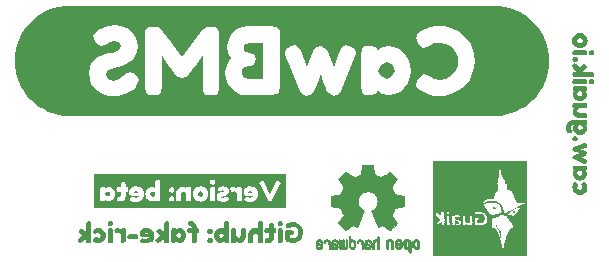
<source format=gbr>
%TF.GenerationSoftware,KiCad,Pcbnew,8.0.3-8.0.3-0~ubuntu24.04.1*%
%TF.CreationDate,2024-07-11T14:27:15+08:00*%
%TF.ProjectId,CawBMS,43617742-4d53-42e6-9b69-6361645f7063,rev?*%
%TF.SameCoordinates,Original*%
%TF.FileFunction,Legend,Bot*%
%TF.FilePolarity,Positive*%
%FSLAX46Y46*%
G04 Gerber Fmt 4.6, Leading zero omitted, Abs format (unit mm)*
G04 Created by KiCad (PCBNEW 8.0.3-8.0.3-0~ubuntu24.04.1) date 2024-07-11 14:27:15*
%MOMM*%
%LPD*%
G01*
G04 APERTURE LIST*
%ADD10C,0.000000*%
%ADD11C,0.010000*%
G04 APERTURE END LIST*
D10*
%TO.C,kibuzzard-6577F182*%
G36*
X130834753Y-113747587D02*
G01*
X130872258Y-113810691D01*
X130884759Y-113923800D01*
X130873151Y-114035421D01*
X130838325Y-114103584D01*
X130767483Y-114138410D01*
X130647825Y-114150019D01*
X130530846Y-114132755D01*
X130468041Y-114080963D01*
X130443037Y-114015478D01*
X130437084Y-113930944D01*
X130483519Y-113752350D01*
X130652587Y-113704725D01*
X130834753Y-113747587D01*
G37*
G36*
X124524441Y-114221456D02*
G01*
X124569684Y-114278606D01*
X124583972Y-114385762D01*
X124572066Y-114495300D01*
X124519083Y-114556022D01*
X124412522Y-114576263D01*
X123845784Y-114576263D01*
X123726722Y-114554831D01*
X123685050Y-114496491D01*
X123671953Y-114388144D01*
X123686241Y-114278606D01*
X123737437Y-114219670D01*
X123843403Y-114200025D01*
X124410141Y-114200025D01*
X124524441Y-114221456D01*
G37*
G36*
X130834753Y-114507206D02*
G01*
X130872258Y-114570309D01*
X130884759Y-114683419D01*
X130873151Y-114795040D01*
X130838325Y-114863203D01*
X130767483Y-114898029D01*
X130647825Y-114909638D01*
X130530846Y-114892373D01*
X130468041Y-114840581D01*
X130443037Y-114775097D01*
X130437084Y-114690562D01*
X130448693Y-114578941D01*
X130483519Y-114510778D01*
X130652587Y-114464344D01*
X130834753Y-114507206D01*
G37*
G36*
X122342025Y-113082623D02*
G01*
X122405128Y-113130844D01*
X122425369Y-113191566D01*
X122428941Y-113273719D01*
X122425369Y-113355872D01*
X122403938Y-113418975D01*
X122340834Y-113468981D01*
X122220581Y-113483269D01*
X122100328Y-113468981D01*
X122037225Y-113420166D01*
X122015794Y-113358253D01*
X122012222Y-113276100D01*
X122015794Y-113193947D01*
X122038416Y-113130844D01*
X122099138Y-113082623D01*
X122219391Y-113066550D01*
X122342025Y-113082623D01*
G37*
G36*
X136731919Y-113082623D02*
G01*
X136795022Y-113130844D01*
X136815262Y-113191566D01*
X136818834Y-113273719D01*
X136815262Y-113355872D01*
X136793831Y-113418975D01*
X136730728Y-113468981D01*
X136610475Y-113483269D01*
X136490222Y-113468981D01*
X136427119Y-113420166D01*
X136405687Y-113358253D01*
X136402116Y-113276100D01*
X136405687Y-113193947D01*
X136428309Y-113130844D01*
X136489031Y-113082623D01*
X136609284Y-113066550D01*
X136731919Y-113082623D01*
G37*
G36*
X122342025Y-113670197D02*
G01*
X122405128Y-113716631D01*
X122425369Y-113779734D01*
X122428941Y-113861888D01*
X122428941Y-114697706D01*
X122425369Y-114781050D01*
X122405128Y-114842963D01*
X122342620Y-114891183D01*
X122221772Y-114907256D01*
X122099733Y-114891778D01*
X122038416Y-114845344D01*
X122015794Y-114782241D01*
X122012222Y-114700087D01*
X122012222Y-113866650D01*
X122014603Y-113797594D01*
X122057466Y-113695200D01*
X122219391Y-113654719D01*
X122342025Y-113670197D01*
G37*
G36*
X136731919Y-113670197D02*
G01*
X136795022Y-113716631D01*
X136815262Y-113779734D01*
X136818834Y-113861888D01*
X136818834Y-114697706D01*
X136815262Y-114781050D01*
X136795022Y-114842963D01*
X136732514Y-114891183D01*
X136611666Y-114907256D01*
X136489627Y-114891778D01*
X136428309Y-114845344D01*
X136405687Y-114782241D01*
X136402116Y-114700087D01*
X136402116Y-113866650D01*
X136404497Y-113797594D01*
X136447359Y-113695200D01*
X136609284Y-113654719D01*
X136731919Y-113670197D01*
G37*
G36*
X122971866Y-113680913D02*
G01*
X123068306Y-113745206D01*
X123102834Y-113785687D01*
X123129028Y-113707106D01*
X123191536Y-113666030D01*
X123307622Y-113652338D01*
X123430256Y-113668411D01*
X123493359Y-113716631D01*
X123513600Y-113777353D01*
X123517172Y-113859506D01*
X123517172Y-114695325D01*
X123517172Y-114764381D01*
X123474309Y-114866775D01*
X123310003Y-114907256D01*
X123188559Y-114891778D01*
X123124266Y-114845344D01*
X123101644Y-114782241D01*
X123098072Y-114700087D01*
X123098072Y-114200025D01*
X123042112Y-114090488D01*
X122921859Y-114045244D01*
X122818275Y-114064294D01*
X122736122Y-114083344D01*
X122605153Y-113992856D01*
X122559909Y-113826169D01*
X122589675Y-113715441D01*
X122664684Y-113666625D01*
X122748028Y-113646384D01*
X122842087Y-113640431D01*
X122971866Y-113680913D01*
G37*
G36*
X120503700Y-113077861D02*
G01*
X120566803Y-113126081D01*
X120587044Y-113189184D01*
X120590616Y-113271338D01*
X120590616Y-114697706D01*
X120587044Y-114779859D01*
X120566803Y-114842963D01*
X120504295Y-114891183D01*
X120383447Y-114907256D01*
X120261408Y-114891778D01*
X120200091Y-114845344D01*
X120177469Y-114782241D01*
X120173897Y-114700087D01*
X120173897Y-114516731D01*
X120100673Y-114580727D01*
X120000066Y-114677466D01*
X119900648Y-114773609D01*
X119830997Y-114835819D01*
X119807184Y-114852488D01*
X119661928Y-114921544D01*
X119519053Y-114821531D01*
X119445234Y-114666750D01*
X119460712Y-114616744D01*
X119535722Y-114540544D01*
X119852428Y-114278606D01*
X119616684Y-114078581D01*
X119528578Y-113949994D01*
X119605969Y-113798784D01*
X119742891Y-113702344D01*
X119885766Y-113766637D01*
X119914341Y-113785687D01*
X120044119Y-113907131D01*
X120173897Y-114028575D01*
X120173897Y-113273719D01*
X120176278Y-113207044D01*
X120219141Y-113102269D01*
X120381066Y-113061787D01*
X120503700Y-113077861D01*
G37*
G36*
X121360818Y-113655513D02*
G01*
X121501311Y-113707900D01*
X121635984Y-113795213D01*
X121724686Y-113883616D01*
X121795528Y-113996428D01*
X121841962Y-114128588D01*
X121857441Y-114275034D01*
X121841962Y-114422077D01*
X121795528Y-114556022D01*
X121724686Y-114670620D01*
X121635984Y-114759619D01*
X121497607Y-114848254D01*
X121355526Y-114901435D01*
X121209741Y-114919163D01*
X121027575Y-114895350D01*
X120876366Y-114823912D01*
X120778139Y-114742355D01*
X120745397Y-114654844D01*
X120800166Y-114531019D01*
X120894820Y-114436364D01*
X120973997Y-114404812D01*
X121079962Y-114448866D01*
X121220456Y-114492919D01*
X121362141Y-114436959D01*
X121428816Y-114279797D01*
X121359759Y-114121444D01*
X121210931Y-114064294D01*
X121088297Y-114104775D01*
X120959709Y-114157162D01*
X120879342Y-114124420D01*
X120795403Y-114026194D01*
X120745397Y-113889272D01*
X120807309Y-113780925D01*
X120873984Y-113735681D01*
X120912084Y-113711869D01*
X121038291Y-113663053D01*
X121214503Y-113638050D01*
X121360818Y-113655513D01*
G37*
G36*
X127102144Y-113077861D02*
G01*
X127165247Y-113126081D01*
X127185487Y-113189184D01*
X127189059Y-113271338D01*
X127189059Y-114697706D01*
X127185487Y-114779859D01*
X127165247Y-114842963D01*
X127102739Y-114891183D01*
X126981891Y-114907256D01*
X126859852Y-114891778D01*
X126798534Y-114845344D01*
X126775912Y-114782241D01*
X126772341Y-114700087D01*
X126772341Y-114516731D01*
X126699117Y-114580727D01*
X126598509Y-114677466D01*
X126499092Y-114773609D01*
X126429441Y-114835819D01*
X126405628Y-114852488D01*
X126260372Y-114921544D01*
X126117497Y-114821531D01*
X126043678Y-114666750D01*
X126059156Y-114616744D01*
X126134166Y-114540544D01*
X126450872Y-114278606D01*
X126215128Y-114078581D01*
X126127022Y-113949994D01*
X126204412Y-113798784D01*
X126341334Y-113702344D01*
X126484209Y-113766637D01*
X126512784Y-113785687D01*
X126642562Y-113907131D01*
X126772341Y-114028575D01*
X126772341Y-113273719D01*
X126774722Y-113207044D01*
X126817584Y-113102269D01*
X126979509Y-113061787D01*
X127102144Y-113077861D01*
G37*
G36*
X129162851Y-113078324D02*
G01*
X129289057Y-113127933D01*
X129389334Y-113210616D01*
X129487561Y-113368076D01*
X129520303Y-113542800D01*
X129520303Y-113669006D01*
X129598884Y-113669006D01*
X129704255Y-113717822D01*
X129739378Y-113864269D01*
X129694134Y-114038100D01*
X129606028Y-114066675D01*
X129520303Y-114066675D01*
X129520303Y-114697706D01*
X129516731Y-114781050D01*
X129494109Y-114844153D01*
X129431006Y-114894159D01*
X129313134Y-114909638D01*
X129192881Y-114895350D01*
X129123825Y-114837009D01*
X129101203Y-114702469D01*
X129101203Y-114064294D01*
X128948803Y-114073819D01*
X128803547Y-114045244D01*
X128754731Y-113982141D01*
X128739253Y-113864269D01*
X128753541Y-113745206D01*
X128816048Y-113677341D01*
X128946422Y-113654719D01*
X129101203Y-113669006D01*
X129101203Y-113538037D01*
X129013097Y-113478506D01*
X128946422Y-113478506D01*
X128841647Y-113435644D01*
X128801166Y-113271338D01*
X128817239Y-113149298D01*
X128865459Y-113087981D01*
X128928562Y-113065359D01*
X129010716Y-113061787D01*
X129162851Y-113078324D01*
G37*
G36*
X133614862Y-113666030D02*
G01*
X133677966Y-113714250D01*
X133698206Y-113776162D01*
X133701778Y-113859506D01*
X133701778Y-114276225D01*
X133684183Y-114441986D01*
X133631399Y-114590021D01*
X133543425Y-114720328D01*
X133428728Y-114821531D01*
X133295775Y-114882253D01*
X133144566Y-114902494D01*
X132968353Y-114850106D01*
X132904059Y-114797719D01*
X132861197Y-114750094D01*
X132837384Y-114847725D01*
X132776067Y-114890588D01*
X132658791Y-114904875D01*
X132539133Y-114889397D01*
X132475434Y-114842963D01*
X132452812Y-114782241D01*
X132449241Y-114702469D01*
X132449241Y-113859506D01*
X132452812Y-113777353D01*
X132473053Y-113714250D01*
X132535561Y-113666030D01*
X132656409Y-113649956D01*
X132778448Y-113665434D01*
X132839766Y-113711869D01*
X132862387Y-113774972D01*
X132865959Y-113857125D01*
X132865959Y-114278606D01*
X132924300Y-114428625D01*
X133076700Y-114485775D01*
X133226719Y-114431006D01*
X133282678Y-114278606D01*
X133282678Y-113861888D01*
X133296966Y-113740444D01*
X133360069Y-113672578D01*
X133492228Y-113649956D01*
X133614862Y-113666030D01*
G37*
G36*
X127739723Y-113685675D02*
G01*
X127793897Y-113785687D01*
X127836759Y-113736872D01*
X127929628Y-113683294D01*
X128077266Y-113654719D01*
X128214717Y-113675489D01*
X128344495Y-113737798D01*
X128466600Y-113841647D01*
X128565157Y-113973145D01*
X128624292Y-114118401D01*
X128644003Y-114277416D01*
X128624424Y-114436563D01*
X128565686Y-114582216D01*
X128467791Y-114714375D01*
X128347008Y-114818885D01*
X128219611Y-114881592D01*
X128085600Y-114902494D01*
X128015353Y-114889937D01*
X127909090Y-114870942D01*
X127791516Y-114776287D01*
X127740319Y-114870347D01*
X127566487Y-114902494D01*
X127460820Y-114887016D01*
X127403372Y-114840581D01*
X127383131Y-114777478D01*
X127379559Y-114695325D01*
X127379559Y-114279797D01*
X127810566Y-114279797D01*
X127868906Y-114421481D01*
X128015353Y-114485775D01*
X128165372Y-114422672D01*
X128227284Y-114280987D01*
X128168944Y-114135731D01*
X128016544Y-114069056D01*
X127866525Y-114135731D01*
X127810566Y-114279797D01*
X127379559Y-114279797D01*
X127379559Y-113861888D01*
X127383131Y-113779734D01*
X127404562Y-113716631D01*
X127467666Y-113666625D01*
X127605778Y-113652338D01*
X127739723Y-113685675D01*
G37*
G36*
X135055519Y-113082623D02*
G01*
X135118622Y-113130844D01*
X135138862Y-113191566D01*
X135142434Y-113273719D01*
X135142434Y-114697706D01*
X135138862Y-114781050D01*
X135118622Y-114842963D01*
X135056114Y-114891183D01*
X134935266Y-114907256D01*
X134813227Y-114891778D01*
X134751909Y-114845344D01*
X134729287Y-114782241D01*
X134725716Y-114700087D01*
X134725716Y-114238125D01*
X134651897Y-114122634D01*
X134503069Y-114071438D01*
X134363766Y-114126206D01*
X134308997Y-114278606D01*
X134308997Y-114695325D01*
X134305425Y-114781050D01*
X134282803Y-114845344D01*
X134219700Y-114891778D01*
X134101828Y-114907256D01*
X133979789Y-114891778D01*
X133918472Y-114845344D01*
X133895850Y-114782241D01*
X133892278Y-114700087D01*
X133892278Y-114280987D01*
X133909873Y-114115358D01*
X133962657Y-113967721D01*
X134050631Y-113838075D01*
X134165064Y-113737533D01*
X134297223Y-113677208D01*
X134447109Y-113657100D01*
X134596533Y-113693414D01*
X134725716Y-113802356D01*
X134725716Y-113276100D01*
X134729287Y-113193947D01*
X134751909Y-113130844D01*
X134812631Y-113082623D01*
X134932884Y-113066550D01*
X135055519Y-113082623D01*
G37*
G36*
X132171825Y-113082623D02*
G01*
X132234928Y-113130844D01*
X132255169Y-113191566D01*
X132258741Y-113273719D01*
X132258741Y-114695325D01*
X132255169Y-114777478D01*
X132234928Y-114840581D01*
X132172420Y-114888802D01*
X132051572Y-114904875D01*
X131907506Y-114875705D01*
X131846784Y-114788194D01*
X131731889Y-114873919D01*
X131632472Y-114890317D01*
X131558653Y-114902494D01*
X131426626Y-114881724D01*
X131300420Y-114819415D01*
X131180034Y-114715566D01*
X131082139Y-114584068D01*
X131023401Y-114438811D01*
X131003969Y-114280987D01*
X131420541Y-114280987D01*
X131482453Y-114423863D01*
X131632472Y-114488156D01*
X131778919Y-114423863D01*
X131837259Y-114282178D01*
X131781300Y-114138113D01*
X131630091Y-114071438D01*
X131477691Y-114136922D01*
X131420541Y-114280987D01*
X131003969Y-114280987D01*
X131003822Y-114279797D01*
X131023533Y-114120650D01*
X131082668Y-113974997D01*
X131181225Y-113842838D01*
X131303330Y-113738327D01*
X131433108Y-113675621D01*
X131570559Y-113654719D01*
X131726531Y-113683889D01*
X131842022Y-113771400D01*
X131842022Y-113276100D01*
X131845594Y-113193947D01*
X131868216Y-113130844D01*
X131928937Y-113082623D01*
X132049191Y-113066550D01*
X132171825Y-113082623D01*
G37*
G36*
X135964561Y-113238595D02*
G01*
X136025878Y-113283244D01*
X136048500Y-113340394D01*
X136052072Y-113421356D01*
X136052072Y-113666625D01*
X136130653Y-113657100D01*
X136225903Y-113688056D01*
X136259241Y-113751159D01*
X136271147Y-113892844D01*
X136236619Y-114030956D01*
X136149703Y-114071438D01*
X136052072Y-114064294D01*
X136052072Y-114416719D01*
X136037784Y-114577321D01*
X135994922Y-114703527D01*
X135923484Y-114795337D01*
X135824530Y-114857515D01*
X135699118Y-114894821D01*
X135547247Y-114907256D01*
X135467475Y-114903684D01*
X135404372Y-114883444D01*
X135354366Y-114820936D01*
X135337697Y-114700087D01*
X135392466Y-114540544D01*
X135455569Y-114517922D01*
X135541294Y-114514350D01*
X135617494Y-114485775D01*
X135637734Y-114392906D01*
X135637734Y-114064294D01*
X135482953Y-114073819D01*
X135400800Y-114070247D01*
X135337697Y-114050006D01*
X135289477Y-113987498D01*
X135273403Y-113866650D01*
X135288881Y-113744611D01*
X135335316Y-113683294D01*
X135398419Y-113660672D01*
X135479381Y-113657100D01*
X135637734Y-113666625D01*
X135637734Y-113433263D01*
X135649641Y-113311819D01*
X135713339Y-113245739D01*
X135842522Y-113223713D01*
X135964561Y-113238595D01*
G37*
G36*
X125452731Y-113646120D02*
G01*
X125614259Y-113706048D01*
X125754356Y-113805928D01*
X125862174Y-113939146D01*
X125926865Y-114099086D01*
X125948428Y-114285750D01*
X125931759Y-114439473D01*
X125881753Y-114583142D01*
X125798409Y-114716756D01*
X125707029Y-114806946D01*
X125585287Y-114877491D01*
X125438543Y-114923032D01*
X125272153Y-114938213D01*
X125050250Y-114924967D01*
X124891748Y-114885230D01*
X124796647Y-114819001D01*
X124764947Y-114726281D01*
X124795903Y-114616744D01*
X124926872Y-114509588D01*
X125022122Y-114535781D01*
X125048316Y-114545306D01*
X125141780Y-114566738D01*
X125265009Y-114573881D01*
X125422172Y-114528638D01*
X125500753Y-114416719D01*
X125205478Y-114416719D01*
X124936397Y-114416719D01*
X124775662Y-114346472D01*
X124721191Y-114257175D01*
X124703034Y-114129778D01*
X124703890Y-114123825D01*
X125114991Y-114123825D01*
X125205478Y-114200025D01*
X125505516Y-114200025D01*
X125429316Y-114065484D01*
X125275725Y-114002381D01*
X125156662Y-114035719D01*
X125114991Y-114123825D01*
X124703890Y-114123825D01*
X124723275Y-113988987D01*
X124783997Y-113859506D01*
X124872401Y-113757410D01*
X124982831Y-113684484D01*
X125115288Y-113640729D01*
X125269772Y-113626144D01*
X125452731Y-113646120D01*
G37*
G36*
X137834437Y-113146694D02*
G01*
X137997553Y-113194245D01*
X138148762Y-113273496D01*
X138288066Y-113384447D01*
X138404747Y-113519062D01*
X138488091Y-113669304D01*
X138538097Y-113835173D01*
X138554766Y-114016669D01*
X138538395Y-114199058D01*
X138489281Y-114367605D01*
X138407426Y-114522312D01*
X138292828Y-114663178D01*
X138156055Y-114780380D01*
X138007673Y-114864096D01*
X137847683Y-114914326D01*
X137676084Y-114931069D01*
X137488561Y-114918121D01*
X137326041Y-114879277D01*
X137188523Y-114814536D01*
X137076009Y-114723900D01*
X137009334Y-114578644D01*
X137009334Y-114054769D01*
X137033147Y-113921419D01*
X137190309Y-113854744D01*
X137609409Y-113854744D01*
X137723709Y-113876175D01*
X137763000Y-113928562D01*
X137773716Y-114029766D01*
X137764191Y-114129778D01*
X137723709Y-114185738D01*
X137618934Y-114204788D01*
X137430816Y-114204788D01*
X137430816Y-114464344D01*
X137542139Y-114496491D01*
X137666559Y-114507206D01*
X137838009Y-114471190D01*
X137990409Y-114363141D01*
X138069784Y-114260218D01*
X138117409Y-114143536D01*
X138133284Y-114013097D01*
X138098161Y-113826764D01*
X137992791Y-113679722D01*
X137842177Y-113584174D01*
X137671322Y-113552325D01*
X137542734Y-113568696D01*
X137433197Y-113617809D01*
X137287941Y-113683294D01*
X137207573Y-113651742D01*
X137118872Y-113557087D01*
X137064103Y-113422547D01*
X137128397Y-113316581D01*
X137298524Y-113213394D01*
X137475530Y-113151481D01*
X137659416Y-113130844D01*
X137834437Y-113146694D01*
G37*
%TO.C,G\u002A\u002A\u002A*%
G36*
X154916689Y-113372765D02*
G01*
X154950594Y-113383955D01*
X154950594Y-113475688D01*
X154949852Y-113515677D01*
X154946200Y-113550099D01*
X154938582Y-113565986D01*
X154925997Y-113563795D01*
X154907443Y-113543983D01*
X154881917Y-113507009D01*
X154881649Y-113506593D01*
X154851727Y-113454448D01*
X154836274Y-113413603D01*
X154835168Y-113384536D01*
X154848283Y-113367723D01*
X154875498Y-113363641D01*
X154916689Y-113372765D01*
G37*
G36*
X156415668Y-112214126D02*
G01*
X156438929Y-112227672D01*
X156462756Y-112245091D01*
X156481324Y-112261875D01*
X156488808Y-112273514D01*
X156486054Y-112280207D01*
X156473120Y-112298466D01*
X156453170Y-112321696D01*
X156451329Y-112323659D01*
X156426659Y-112345466D01*
X156404262Y-112358241D01*
X156387996Y-112360429D01*
X156381717Y-112350479D01*
X156376018Y-112344161D01*
X156358042Y-112340743D01*
X156349747Y-112339259D01*
X156329612Y-112327461D01*
X156311085Y-112308624D01*
X156299164Y-112288487D01*
X156298847Y-112272787D01*
X156312846Y-112257755D01*
X156337365Y-112239785D01*
X156365498Y-112223610D01*
X156391035Y-112212764D01*
X156407769Y-112210782D01*
X156415668Y-112214126D01*
G37*
G36*
X154710084Y-111859547D02*
G01*
X154736304Y-111874951D01*
X154767155Y-111896697D01*
X154797700Y-111921295D01*
X154822997Y-111945251D01*
X154846300Y-111970157D01*
X154820067Y-112004549D01*
X154808216Y-112018801D01*
X154787266Y-112034626D01*
X154762598Y-112038942D01*
X154740512Y-112042144D01*
X154719201Y-112058413D01*
X154709060Y-112070434D01*
X154694778Y-112077884D01*
X154685019Y-112073498D01*
X154664489Y-112058430D01*
X154638375Y-112036297D01*
X154610831Y-112010951D01*
X154586013Y-111986239D01*
X154568076Y-111966010D01*
X154561173Y-111954114D01*
X154562455Y-111950513D01*
X154575247Y-111935833D01*
X154597963Y-111915846D01*
X154625892Y-111894109D01*
X154654323Y-111874179D01*
X154678543Y-111859613D01*
X154693841Y-111853967D01*
X154710084Y-111859547D01*
G37*
G36*
X155010673Y-113639500D02*
G01*
X155028616Y-113656073D01*
X155052830Y-113682620D01*
X155080200Y-113715887D01*
X155093224Y-113732343D01*
X155129650Y-113777417D01*
X155166838Y-113822350D01*
X155198484Y-113859486D01*
X155212022Y-113875445D01*
X155261060Y-113944207D01*
X155296033Y-114015824D01*
X155318001Y-114093785D01*
X155328026Y-114181581D01*
X155327168Y-114282699D01*
X155324297Y-114323865D01*
X155314138Y-114401951D01*
X155298557Y-114462768D01*
X155277321Y-114507370D01*
X155276728Y-114508271D01*
X155260722Y-114527747D01*
X155250664Y-114528762D01*
X155246520Y-114511278D01*
X155248256Y-114475258D01*
X155250929Y-114451115D01*
X155254507Y-114423627D01*
X155257171Y-114408674D01*
X155257971Y-114402272D01*
X155257237Y-114377528D01*
X155253902Y-114341028D01*
X155248601Y-114297704D01*
X155241968Y-114252488D01*
X155234639Y-114210314D01*
X155227248Y-114176115D01*
X155213203Y-114127921D01*
X155188518Y-114057646D01*
X155157699Y-113979879D01*
X155122944Y-113899656D01*
X155086453Y-113822014D01*
X155050425Y-113751992D01*
X155017059Y-113694626D01*
X155000426Y-113667239D01*
X154991379Y-113647635D01*
X154992581Y-113638083D01*
X155003332Y-113635569D01*
X155010673Y-113639500D01*
G37*
G36*
X157501303Y-111917248D02*
G01*
X157501303Y-112000000D01*
X157501303Y-112808951D01*
X157501303Y-113672735D01*
X157501303Y-116001303D01*
X153500000Y-116001303D01*
X149498697Y-116001303D01*
X149498697Y-113445726D01*
X149669274Y-113445726D01*
X149722717Y-113407247D01*
X149750446Y-113387088D01*
X149792786Y-113355852D01*
X149831400Y-113326929D01*
X149861332Y-113305771D01*
X149891652Y-113289146D01*
X149910710Y-113285567D01*
X149917325Y-113295465D01*
X149916997Y-113300099D01*
X149910066Y-113319546D01*
X149892945Y-113345194D01*
X149864060Y-113379153D01*
X149821840Y-113423529D01*
X149797248Y-113449248D01*
X149773144Y-113476240D01*
X149757808Y-113495670D01*
X149753799Y-113504495D01*
X149756751Y-113505914D01*
X149766312Y-113499453D01*
X149771620Y-113494533D01*
X149789218Y-113491349D01*
X149790859Y-113491391D01*
X149807119Y-113484098D01*
X149831529Y-113466163D01*
X149859751Y-113440703D01*
X149865157Y-113435467D01*
X149901979Y-113402117D01*
X149945054Y-113365895D01*
X149986150Y-113333767D01*
X150003852Y-113320622D01*
X150076308Y-113267035D01*
X150134860Y-113224169D01*
X150180798Y-113191121D01*
X150215409Y-113166989D01*
X150239983Y-113150869D01*
X150255810Y-113141859D01*
X150264177Y-113139057D01*
X150268411Y-113140875D01*
X150272849Y-113151084D01*
X150275652Y-113172671D01*
X150277117Y-113208329D01*
X150277540Y-113260751D01*
X150277540Y-113382445D01*
X150392085Y-113382445D01*
X150506630Y-113382445D01*
X150500466Y-113302127D01*
X150499579Y-113289862D01*
X150497652Y-113253807D01*
X150497238Y-113226998D01*
X150498454Y-113214507D01*
X150504517Y-113208500D01*
X150519443Y-113210041D01*
X150542355Y-113225788D01*
X150574839Y-113256615D01*
X150606506Y-113287952D01*
X150629214Y-113307864D01*
X150639295Y-113312982D01*
X150636548Y-113303488D01*
X150620769Y-113279562D01*
X150591757Y-113241388D01*
X150568800Y-113212253D01*
X150533336Y-113166772D01*
X150508248Y-113133338D01*
X150492362Y-113109872D01*
X150484507Y-113094296D01*
X150483510Y-113084531D01*
X150488197Y-113078498D01*
X150497397Y-113074119D01*
X150510431Y-113076144D01*
X150536067Y-113093005D01*
X150572848Y-113125649D01*
X150576802Y-113129428D01*
X150611865Y-113162710D01*
X150647035Y-113195754D01*
X150675251Y-113221922D01*
X150717615Y-113260751D01*
X150692893Y-113221809D01*
X150686123Y-113211393D01*
X150667058Y-113184080D01*
X150651588Y-113164455D01*
X150641375Y-113152548D01*
X150620488Y-113126639D01*
X150595390Y-113094361D01*
X150568789Y-113059325D01*
X150543390Y-113025148D01*
X150521897Y-112995442D01*
X150507018Y-112973823D01*
X150501457Y-112963905D01*
X150504556Y-112956966D01*
X150517582Y-112943104D01*
X150525766Y-112935304D01*
X150524024Y-112929228D01*
X150505413Y-112924767D01*
X150504051Y-112924545D01*
X150496226Y-112923731D01*
X150489936Y-112922612D01*
X150484964Y-112919272D01*
X150481089Y-112911797D01*
X150478093Y-112898270D01*
X150475757Y-112876776D01*
X150473861Y-112845399D01*
X150472187Y-112802225D01*
X150470516Y-112745337D01*
X150468629Y-112672820D01*
X150467681Y-112636062D01*
X150706736Y-112636062D01*
X150709903Y-112671382D01*
X150715726Y-112723247D01*
X150719322Y-112761492D01*
X150723469Y-112814530D01*
X150727808Y-112877295D01*
X150732002Y-112944910D01*
X150735715Y-113012495D01*
X150735973Y-113017567D01*
X150739365Y-113082622D01*
X150742741Y-113145027D01*
X150745866Y-113200582D01*
X150748503Y-113245088D01*
X150749527Y-113260751D01*
X150750416Y-113274346D01*
X150751747Y-113309071D01*
X150748562Y-113339022D01*
X150739385Y-113360377D01*
X150729374Y-113377541D01*
X150727030Y-113385724D01*
X150735811Y-113386111D01*
X150760451Y-113386048D01*
X150796897Y-113385513D01*
X150841138Y-113384547D01*
X150952035Y-113381782D01*
X150945534Y-113295669D01*
X150942397Y-113252114D01*
X150936645Y-113161655D01*
X150931431Y-113066269D01*
X150926974Y-112970824D01*
X150923490Y-112880184D01*
X150921199Y-112799216D01*
X150920317Y-112732785D01*
X150920132Y-112629845D01*
X151153821Y-112629845D01*
X151154077Y-112676313D01*
X151154875Y-112732568D01*
X151156208Y-112795879D01*
X151156441Y-112805420D01*
X151158442Y-112877872D01*
X151160669Y-112934975D01*
X151163483Y-112980425D01*
X151167243Y-113017917D01*
X151172312Y-113051144D01*
X151179050Y-113083802D01*
X151187817Y-113119586D01*
X151188882Y-113123767D01*
X151204347Y-113197851D01*
X151209413Y-113258618D01*
X151204087Y-113309053D01*
X151188378Y-113352143D01*
X151173051Y-113381782D01*
X151172708Y-113382445D01*
X151274258Y-113382445D01*
X151375808Y-113382445D01*
X151372080Y-113326466D01*
X151370447Y-113299382D01*
X151368022Y-113248198D01*
X151366050Y-113192928D01*
X151364581Y-113136934D01*
X151363667Y-113083580D01*
X151363359Y-113036228D01*
X151363708Y-112998242D01*
X151364764Y-112972984D01*
X151366580Y-112963817D01*
X151376586Y-112967680D01*
X151394882Y-112978918D01*
X151399745Y-112982130D01*
X151436826Y-113000275D01*
X151483697Y-113016255D01*
X151532129Y-113027632D01*
X151573889Y-113031966D01*
X151579835Y-113031991D01*
X151605881Y-113033625D01*
X151618041Y-113039140D01*
X151621043Y-113050382D01*
X151625313Y-113063024D01*
X151644631Y-113074718D01*
X151652201Y-113077072D01*
X151686124Y-113096546D01*
X151717301Y-113126413D01*
X151738530Y-113160123D01*
X151742454Y-113170186D01*
X151746119Y-113187838D01*
X151739793Y-113195206D01*
X151732575Y-113202463D01*
X151728134Y-113221542D01*
X151728027Y-113225198D01*
X151717118Y-113256554D01*
X151690185Y-113280770D01*
X151649896Y-113295328D01*
X151627737Y-113299039D01*
X151589168Y-113303028D01*
X151555880Y-113303643D01*
X151532508Y-113300902D01*
X151523688Y-113294825D01*
X151520036Y-113289167D01*
X151504216Y-113285090D01*
X151496615Y-113285988D01*
X151486945Y-113295469D01*
X151487641Y-113317130D01*
X151498514Y-113353238D01*
X151500535Y-113358542D01*
X151515770Y-113382480D01*
X151539150Y-113393463D01*
X151543024Y-113394242D01*
X151581906Y-113398487D01*
X151631799Y-113399784D01*
X151685445Y-113398309D01*
X151735585Y-113394239D01*
X151774961Y-113387748D01*
X151798671Y-113380410D01*
X151849546Y-113351423D01*
X151888559Y-113308977D01*
X151913617Y-113255808D01*
X151922631Y-113194648D01*
X151921828Y-113176665D01*
X151906811Y-113120387D01*
X151872789Y-113068023D01*
X151819730Y-113019533D01*
X151747605Y-112974881D01*
X151717207Y-112960480D01*
X151686032Y-112951557D01*
X151656823Y-112951618D01*
X151623295Y-112951325D01*
X151583806Y-112941642D01*
X151563048Y-112933830D01*
X151526049Y-112921456D01*
X151487261Y-112909769D01*
X151447712Y-112897688D01*
X151409305Y-112881883D01*
X151384485Y-112864151D01*
X151369978Y-112841944D01*
X151362513Y-112812718D01*
X151360337Y-112789025D01*
X151363986Y-112752955D01*
X151376560Y-112729070D01*
X151396917Y-112720429D01*
X151414790Y-112715550D01*
X151436068Y-112700958D01*
X151438239Y-112698910D01*
X151467402Y-112684446D01*
X151502707Y-112683070D01*
X151536199Y-112695236D01*
X151548184Y-112700074D01*
X151577621Y-112707253D01*
X151617606Y-112714244D01*
X151663041Y-112720053D01*
X151696774Y-112723920D01*
X151739231Y-112729730D01*
X151772723Y-112735406D01*
X151792037Y-112740137D01*
X151802806Y-112743763D01*
X151813485Y-112742120D01*
X151815753Y-112726245D01*
X151815381Y-112719035D01*
X151806799Y-112683617D01*
X151790151Y-112647474D01*
X151769830Y-112620698D01*
X151764144Y-112616249D01*
X151739302Y-112601999D01*
X151709020Y-112589125D01*
X151697115Y-112584714D01*
X151670701Y-112573386D01*
X151654661Y-112564282D01*
X151646327Y-112559932D01*
X151637503Y-112568201D01*
X151632150Y-112573352D01*
X151616787Y-112578101D01*
X151589245Y-112581917D01*
X151547092Y-112585122D01*
X151487899Y-112588037D01*
X151473173Y-112588671D01*
X151415908Y-112591396D01*
X151361418Y-112594353D01*
X151315265Y-112597228D01*
X151283009Y-112599702D01*
X151254788Y-112601482D01*
X151219337Y-112599212D01*
X151191460Y-112589850D01*
X151187682Y-112587983D01*
X151166749Y-112578329D01*
X151155660Y-112574396D01*
X151154963Y-112577193D01*
X151154115Y-112595894D01*
X151153821Y-112629845D01*
X150920132Y-112629845D01*
X150920085Y-112603975D01*
X150878709Y-112609108D01*
X150853340Y-112610505D01*
X150812949Y-112609496D01*
X150771618Y-112605795D01*
X150748072Y-112602540D01*
X150726892Y-112600526D01*
X150713858Y-112603519D01*
X150707596Y-112614403D01*
X150706736Y-112636062D01*
X150467681Y-112636062D01*
X150466306Y-112582758D01*
X150465504Y-112552223D01*
X152063935Y-112552223D01*
X152064882Y-112564660D01*
X152065008Y-112565805D01*
X152066275Y-112584196D01*
X152068136Y-112618917D01*
X152070463Y-112667237D01*
X152073129Y-112726422D01*
X152076007Y-112793741D01*
X152078968Y-112866462D01*
X152081512Y-112925190D01*
X152085609Y-113003639D01*
X152090085Y-113073636D01*
X152094739Y-113132426D01*
X152099369Y-113177257D01*
X152102094Y-113194648D01*
X152103775Y-113205376D01*
X152107450Y-113223038D01*
X152114816Y-113273123D01*
X152117045Y-113317286D01*
X152114081Y-113351256D01*
X152105872Y-113370762D01*
X152104684Y-113372138D01*
X152105863Y-113377113D01*
X152119505Y-113380282D01*
X152147938Y-113381956D01*
X152193492Y-113382445D01*
X152292794Y-113382445D01*
X152292794Y-113324032D01*
X152293825Y-113297448D01*
X152297211Y-113274462D01*
X152302140Y-113265619D01*
X152312858Y-113272085D01*
X152332388Y-113289346D01*
X152356384Y-113313619D01*
X152399359Y-113351938D01*
X152446828Y-113377500D01*
X152450754Y-113378777D01*
X152483192Y-113385992D01*
X152526391Y-113392067D01*
X152574365Y-113396545D01*
X152621129Y-113398969D01*
X152660697Y-113398884D01*
X152687083Y-113395831D01*
X152689538Y-113395186D01*
X152713748Y-113388889D01*
X152743191Y-113381296D01*
X152752979Y-113378143D01*
X152785338Y-113362109D01*
X152815302Y-113340743D01*
X152817497Y-113338797D01*
X152850134Y-113303051D01*
X152871304Y-113262474D01*
X152882664Y-113212557D01*
X152885872Y-113148792D01*
X152885353Y-113122441D01*
X152883542Y-113075249D01*
X152880674Y-113016847D01*
X152876996Y-112951066D01*
X152872752Y-112881739D01*
X152868190Y-112812699D01*
X152863555Y-112747778D01*
X152859093Y-112690809D01*
X152858694Y-112686355D01*
X153099470Y-112686355D01*
X153104908Y-112725297D01*
X153105054Y-112726346D01*
X153116289Y-112807866D01*
X153124890Y-112873610D01*
X153131119Y-112927017D01*
X153135242Y-112971525D01*
X153137523Y-113010571D01*
X153138225Y-113047593D01*
X153137613Y-113086031D01*
X153135952Y-113129321D01*
X153135826Y-113132110D01*
X153134955Y-113148792D01*
X153132950Y-113187164D01*
X153129502Y-113240789D01*
X153125904Y-113286975D01*
X153122578Y-113319712D01*
X153115090Y-113378673D01*
X153314847Y-113390430D01*
X153320962Y-113390788D01*
X153385631Y-113394329D01*
X153447272Y-113397301D01*
X153501784Y-113399532D01*
X153545066Y-113400853D01*
X153573017Y-113401096D01*
X153583805Y-113400788D01*
X153641044Y-113396557D01*
X153703849Y-113388525D01*
X153765963Y-113377746D01*
X153821127Y-113365276D01*
X153863082Y-113352172D01*
X153903595Y-113333389D01*
X153974973Y-113285328D01*
X154037403Y-113223550D01*
X154087647Y-113151540D01*
X154122471Y-113072786D01*
X154126860Y-113058750D01*
X154134494Y-113030048D01*
X154139281Y-113001657D01*
X154141014Y-112977722D01*
X154541539Y-112977722D01*
X154541558Y-112986375D01*
X154542112Y-113028640D01*
X154543350Y-113085847D01*
X154545172Y-113154470D01*
X154547481Y-113230980D01*
X154550178Y-113311851D01*
X154553164Y-113393555D01*
X154564951Y-113701599D01*
X154600403Y-113673109D01*
X154650075Y-113642770D01*
X154701937Y-113630686D01*
X154754353Y-113637863D01*
X154807044Y-113664210D01*
X154859730Y-113709636D01*
X154912130Y-113774051D01*
X154914491Y-113777416D01*
X154950510Y-113833378D01*
X154987941Y-113898851D01*
X155023520Y-113967555D01*
X155053985Y-114033211D01*
X155076071Y-114089540D01*
X155081534Y-114105463D01*
X155095965Y-114146683D01*
X155113123Y-114194944D01*
X155130371Y-114242805D01*
X155161940Y-114334210D01*
X155198463Y-114449736D01*
X155234650Y-114573556D01*
X155268871Y-114699868D01*
X155299502Y-114822869D01*
X155324915Y-114936756D01*
X155325040Y-114937359D01*
X155333482Y-114978201D01*
X155345031Y-115034223D01*
X155358899Y-115101603D01*
X155374300Y-115176518D01*
X155390448Y-115255145D01*
X155406557Y-115333663D01*
X155409315Y-115347086D01*
X155426894Y-115431058D01*
X155441273Y-115496578D01*
X155452610Y-115544278D01*
X155461065Y-115574791D01*
X155466795Y-115588750D01*
X155469959Y-115586787D01*
X155471881Y-115576837D01*
X155477535Y-115546782D01*
X155485882Y-115501911D01*
X155496426Y-115444915D01*
X155508671Y-115378481D01*
X155522121Y-115305298D01*
X155536280Y-115228056D01*
X155550651Y-115149444D01*
X155556103Y-115121070D01*
X155571804Y-115047898D01*
X155592110Y-114961310D01*
X155616086Y-114864802D01*
X155642799Y-114761871D01*
X155671315Y-114656013D01*
X155700698Y-114550725D01*
X155730016Y-114449503D01*
X155758335Y-114355845D01*
X155784719Y-114273246D01*
X155787347Y-114265366D01*
X155821077Y-114173255D01*
X155860181Y-114080305D01*
X155902939Y-113989797D01*
X155947631Y-113905008D01*
X155992538Y-113829216D01*
X156035941Y-113765700D01*
X156076119Y-113717739D01*
X156100588Y-113694843D01*
X156155868Y-113657999D01*
X156212852Y-113638894D01*
X156269715Y-113637982D01*
X156324636Y-113655719D01*
X156336686Y-113661646D01*
X156357588Y-113670614D01*
X156367268Y-113672735D01*
X156367041Y-113669197D01*
X156362756Y-113650158D01*
X156354250Y-113617573D01*
X156342390Y-113574704D01*
X156328040Y-113524813D01*
X156322499Y-113506071D01*
X156303211Y-113444824D01*
X156286415Y-113399093D01*
X156270990Y-113366049D01*
X156255813Y-113342864D01*
X156245834Y-113330068D01*
X156231558Y-113309941D01*
X156225949Y-113299152D01*
X156224939Y-113296710D01*
X156214716Y-113282122D01*
X156196136Y-113258563D01*
X156172503Y-113229986D01*
X156147121Y-113200341D01*
X156123294Y-113173582D01*
X156104325Y-113153660D01*
X156087728Y-113135410D01*
X156064945Y-113107630D01*
X156040203Y-113075699D01*
X156017110Y-113044394D01*
X155999275Y-113018489D01*
X155990305Y-113002759D01*
X155989918Y-113001812D01*
X155980573Y-112985829D01*
X155963128Y-112960107D01*
X155941022Y-112929743D01*
X155927909Y-112911417D01*
X155904020Y-112875296D01*
X155877048Y-112832144D01*
X155848923Y-112785313D01*
X155821580Y-112738157D01*
X155796948Y-112694026D01*
X155776961Y-112656274D01*
X155769222Y-112640102D01*
X155929262Y-112640102D01*
X156030957Y-112743546D01*
X156048124Y-112760853D01*
X156082766Y-112794777D01*
X156111852Y-112821934D01*
X156132742Y-112839896D01*
X156142792Y-112846236D01*
X156149383Y-112844904D01*
X156171211Y-112838528D01*
X156200220Y-112828824D01*
X156204483Y-112827307D01*
X156229507Y-112816978D01*
X156238543Y-112808951D01*
X156234185Y-112801109D01*
X156226637Y-112796211D01*
X156203393Y-112782989D01*
X156168254Y-112763909D01*
X156124413Y-112740696D01*
X156075062Y-112715077D01*
X155929262Y-112640102D01*
X155769222Y-112640102D01*
X155763551Y-112628252D01*
X155758650Y-112613313D01*
X155757569Y-112608974D01*
X155749830Y-112603825D01*
X155731971Y-112600686D01*
X155700879Y-112599125D01*
X155653441Y-112598710D01*
X155611148Y-112598223D01*
X155570825Y-112595903D01*
X155544238Y-112591330D01*
X155528181Y-112584132D01*
X155523339Y-112580616D01*
X155501754Y-112565007D01*
X155471225Y-112542979D01*
X155436719Y-112518118D01*
X155415059Y-112502522D01*
X155892880Y-112502522D01*
X155894941Y-112509678D01*
X155902653Y-112511690D01*
X155927832Y-112517538D01*
X155967270Y-112526366D01*
X156018172Y-112537556D01*
X156077745Y-112550491D01*
X156143197Y-112564553D01*
X156190934Y-112574783D01*
X156252009Y-112587951D01*
X156305005Y-112599470D01*
X156347181Y-112608739D01*
X156375795Y-112615159D01*
X156388104Y-112618130D01*
X156391511Y-112619151D01*
X156395435Y-112619068D01*
X156400589Y-112616306D01*
X156408138Y-112609435D01*
X156419248Y-112597026D01*
X156435083Y-112577647D01*
X156456808Y-112549867D01*
X156485589Y-112512257D01*
X156522590Y-112463386D01*
X156568977Y-112401824D01*
X156625913Y-112326140D01*
X156652814Y-112290415D01*
X156702525Y-112224578D01*
X156750170Y-112161700D01*
X156793827Y-112104305D01*
X156831572Y-112054918D01*
X156861485Y-112016063D01*
X156881642Y-111990264D01*
X156939646Y-111917248D01*
X156894939Y-111914305D01*
X156859336Y-111915371D01*
X156805838Y-111923372D01*
X156743138Y-111937614D01*
X156675753Y-111957052D01*
X156608203Y-111980640D01*
X156605078Y-111981844D01*
X156512325Y-112023891D01*
X156410897Y-112081084D01*
X156302539Y-112152209D01*
X156188999Y-112236048D01*
X156072022Y-112331383D01*
X155953354Y-112436999D01*
X155931684Y-112457570D01*
X155929658Y-112459493D01*
X155904188Y-112486123D01*
X155892880Y-112502522D01*
X155415059Y-112502522D01*
X155365317Y-112466707D01*
X155340819Y-112498647D01*
X155304526Y-112540581D01*
X155252417Y-112585350D01*
X155186872Y-112626738D01*
X155170925Y-112635236D01*
X155120895Y-112659221D01*
X155057637Y-112686892D01*
X154984940Y-112716754D01*
X154906594Y-112747316D01*
X154826390Y-112777082D01*
X154748117Y-112804559D01*
X154675566Y-112828254D01*
X154541702Y-112869933D01*
X154541617Y-112926051D01*
X154541539Y-112977722D01*
X154141014Y-112977722D01*
X154141672Y-112968637D01*
X154142116Y-112926051D01*
X154141064Y-112868960D01*
X154137678Y-112733491D01*
X154094978Y-112647357D01*
X154068289Y-112598852D01*
X154029459Y-112543667D01*
X154018074Y-112531055D01*
X154952082Y-112531055D01*
X154959619Y-112538269D01*
X154978413Y-112549339D01*
X154981447Y-112550898D01*
X155001279Y-112560538D01*
X155010958Y-112564265D01*
X155013356Y-112563056D01*
X155027456Y-112553501D01*
X155050272Y-112536988D01*
X155077729Y-112516589D01*
X155105754Y-112495376D01*
X155130270Y-112476420D01*
X155147204Y-112462794D01*
X155152481Y-112457570D01*
X155145377Y-112459460D01*
X155123660Y-112466695D01*
X155092168Y-112477751D01*
X155055591Y-112490919D01*
X155018623Y-112504489D01*
X154985955Y-112516751D01*
X154962279Y-112525997D01*
X154952288Y-112530515D01*
X154952082Y-112531055D01*
X154018074Y-112531055D01*
X153980710Y-112489666D01*
X153918177Y-112432147D01*
X153902355Y-112420103D01*
X153860481Y-112395036D01*
X153808331Y-112369681D01*
X153751632Y-112346704D01*
X153696108Y-112328770D01*
X153681266Y-112324847D01*
X153653747Y-112318698D01*
X153625178Y-112314360D01*
X153591876Y-112311576D01*
X153550157Y-112310090D01*
X153496340Y-112309643D01*
X153426742Y-112309980D01*
X153386432Y-112310180D01*
X153311813Y-112309572D01*
X153253920Y-112307460D01*
X153210906Y-112303758D01*
X153180920Y-112298378D01*
X153130050Y-112285182D01*
X153130050Y-112385483D01*
X153130050Y-112450650D01*
X153130050Y-112485783D01*
X153166558Y-112469652D01*
X153184332Y-112463447D01*
X153209390Y-112458625D01*
X153243762Y-112455493D01*
X153290827Y-112453755D01*
X153353967Y-112453111D01*
X153370227Y-112453076D01*
X153424563Y-112453284D01*
X153464597Y-112454410D01*
X153494461Y-112456940D01*
X153518291Y-112461359D01*
X153540220Y-112468152D01*
X153564384Y-112477805D01*
X153590548Y-112488439D01*
X153612932Y-112495516D01*
X153625589Y-112495323D01*
X153632954Y-112488555D01*
X153640896Y-112480535D01*
X153654874Y-112479616D01*
X153680529Y-112486537D01*
X153683088Y-112487358D01*
X153739665Y-112507124D01*
X153780566Y-112526658D01*
X153809058Y-112549510D01*
X153828412Y-112579224D01*
X153841896Y-112619349D01*
X153852780Y-112673432D01*
X153857895Y-112700753D01*
X153865267Y-112727598D01*
X153874264Y-112742676D01*
X153886892Y-112750525D01*
X153902091Y-112759716D01*
X153917218Y-112782868D01*
X153925710Y-112820091D01*
X153928364Y-112873753D01*
X153928364Y-112938190D01*
X153877252Y-112987468D01*
X153866036Y-112998357D01*
X153844054Y-113021400D01*
X153832477Y-113039034D01*
X153828375Y-113056890D01*
X153828819Y-113080599D01*
X153827542Y-113108582D01*
X153814299Y-113153014D01*
X153790059Y-113190894D01*
X153758058Y-113216028D01*
X153753676Y-113218043D01*
X153733024Y-113224160D01*
X153708496Y-113224087D01*
X153672745Y-113217992D01*
X153647476Y-113212537D01*
X153618652Y-113205672D01*
X153601794Y-113200826D01*
X153593815Y-113199910D01*
X153587620Y-113210689D01*
X153587065Y-113214923D01*
X153574200Y-113230654D01*
X153547770Y-113242964D01*
X153512404Y-113251073D01*
X153472733Y-113254204D01*
X153433386Y-113251578D01*
X153398993Y-113242415D01*
X153391948Y-113239616D01*
X153362533Y-113230396D01*
X153339722Y-113226677D01*
X153328272Y-113224137D01*
X153311399Y-113209448D01*
X153292189Y-113179034D01*
X153283016Y-113160866D01*
X153262121Y-113098670D01*
X153257693Y-113039016D01*
X153269667Y-112984622D01*
X153297979Y-112938204D01*
X153328650Y-112903271D01*
X153395850Y-112909893D01*
X153431309Y-112913918D01*
X153460585Y-112918216D01*
X153476839Y-112921806D01*
X153481917Y-112923282D01*
X153486072Y-112918961D01*
X153480711Y-112901014D01*
X153480352Y-112900047D01*
X153473589Y-112871312D01*
X153470794Y-112839055D01*
X153470794Y-112803181D01*
X153419682Y-112802549D01*
X153400429Y-112802056D01*
X153346218Y-112798496D01*
X153291051Y-112792265D01*
X153240034Y-112784129D01*
X153198272Y-112774856D01*
X153170871Y-112765210D01*
X153169617Y-112764546D01*
X153141852Y-112743774D01*
X153119197Y-112717522D01*
X153099470Y-112686355D01*
X152858694Y-112686355D01*
X152855050Y-112645625D01*
X152851673Y-112616057D01*
X152845729Y-112574966D01*
X152811461Y-112589285D01*
X152811326Y-112589341D01*
X152767961Y-112601940D01*
X152731506Y-112598915D01*
X152696701Y-112579834D01*
X152665539Y-112556066D01*
X152683144Y-112640681D01*
X152694934Y-112704450D01*
X152704555Y-112776822D01*
X152708931Y-112840924D01*
X152707848Y-112893324D01*
X152701096Y-112930594D01*
X152691386Y-112974693D01*
X152690501Y-113027644D01*
X152700651Y-113073976D01*
X152708759Y-113098812D01*
X152708832Y-113120568D01*
X152697373Y-113141598D01*
X152672480Y-113168263D01*
X152656686Y-113184620D01*
X152640010Y-113204642D01*
X152633538Y-113216556D01*
X152633531Y-113216779D01*
X152624642Y-113223777D01*
X152603989Y-113226677D01*
X152578250Y-113230766D01*
X152549489Y-113243025D01*
X152543013Y-113247067D01*
X152523628Y-113253954D01*
X152506153Y-113247893D01*
X152503510Y-113246434D01*
X152479606Y-113239311D01*
X152449831Y-113236412D01*
X152436444Y-113235991D01*
X152415874Y-113230893D01*
X152407159Y-113218315D01*
X152397854Y-113204899D01*
X152377231Y-113193895D01*
X152368712Y-113191319D01*
X152333313Y-113170426D01*
X152307331Y-113138734D01*
X152295790Y-113101917D01*
X152290874Y-113035262D01*
X152286267Y-112980301D01*
X152281904Y-112937292D01*
X152277430Y-112902385D01*
X152275178Y-112865789D01*
X152282915Y-112832656D01*
X152285451Y-112826493D01*
X152290109Y-112796507D01*
X152290001Y-112753658D01*
X152285291Y-112702456D01*
X152276144Y-112647412D01*
X152268202Y-112608470D01*
X152184583Y-112603603D01*
X152172601Y-112602838D01*
X152125544Y-112597628D01*
X152094137Y-112589008D01*
X152075296Y-112575756D01*
X152065934Y-112556652D01*
X152063935Y-112552223D01*
X150465504Y-112552223D01*
X150459492Y-112323393D01*
X150405024Y-112328122D01*
X150384155Y-112329341D01*
X150337125Y-112325325D01*
X150303126Y-112309760D01*
X150279571Y-112281689D01*
X150279310Y-112281226D01*
X150705903Y-112281226D01*
X150705903Y-112359662D01*
X150705903Y-112438099D01*
X150742411Y-112438168D01*
X150765969Y-112438870D01*
X150804269Y-112441147D01*
X150844634Y-112444443D01*
X150910349Y-112450650D01*
X150910349Y-112381093D01*
X150910349Y-112311537D01*
X150829763Y-112311537D01*
X150783234Y-112310146D01*
X150748803Y-112305252D01*
X150727540Y-112296381D01*
X150705903Y-112281226D01*
X150279310Y-112281226D01*
X150265736Y-112257190D01*
X150255367Y-112241393D01*
X150248092Y-112235887D01*
X150243507Y-112242198D01*
X150241207Y-112261857D01*
X150240787Y-112296390D01*
X150241843Y-112347326D01*
X150243971Y-112416194D01*
X150245933Y-112480652D01*
X150247070Y-112531352D01*
X150247157Y-112567368D01*
X150246081Y-112591137D01*
X150243727Y-112605096D01*
X150239982Y-112611684D01*
X150234731Y-112613338D01*
X150227097Y-112612272D01*
X150219126Y-112605054D01*
X150214663Y-112595586D01*
X150200934Y-112574521D01*
X150181161Y-112546683D01*
X150158646Y-112516488D01*
X150136690Y-112488350D01*
X150118591Y-112466686D01*
X150107651Y-112455911D01*
X150106849Y-112455343D01*
X150095118Y-112442974D01*
X150076340Y-112419755D01*
X150054184Y-112390196D01*
X150050358Y-112384936D01*
X150029909Y-112357571D01*
X150014588Y-112338297D01*
X150007469Y-112331008D01*
X150006438Y-112337387D01*
X150012065Y-112358021D01*
X150024855Y-112394090D01*
X150045190Y-112446769D01*
X150048867Y-112456225D01*
X150060626Y-112488883D01*
X150067781Y-112512826D01*
X150068899Y-112523422D01*
X150068221Y-112524048D01*
X150056502Y-112525120D01*
X150038606Y-112512358D01*
X150013403Y-112484720D01*
X149979766Y-112441164D01*
X149966853Y-112423779D01*
X149940228Y-112388682D01*
X149917257Y-112359334D01*
X149901828Y-112340743D01*
X149899772Y-112338433D01*
X149881472Y-112317176D01*
X149856478Y-112287426D01*
X149829572Y-112254865D01*
X149821575Y-112245213D01*
X149799197Y-112219472D01*
X149782704Y-112202400D01*
X149775204Y-112197289D01*
X149774755Y-112201209D01*
X149778722Y-112219525D01*
X149787420Y-112247705D01*
X149799034Y-112280473D01*
X149811754Y-112312555D01*
X149823768Y-112338675D01*
X149831578Y-112354138D01*
X149838115Y-112371283D01*
X149834644Y-112378323D01*
X149820849Y-112379685D01*
X149808141Y-112374055D01*
X149785815Y-112351061D01*
X149756799Y-112310683D01*
X149748295Y-112297953D01*
X149728602Y-112269966D01*
X149714035Y-112251401D01*
X149707263Y-112245759D01*
X149707210Y-112245818D01*
X149708321Y-112256879D01*
X149715080Y-112281558D01*
X149726008Y-112315471D01*
X149739625Y-112354231D01*
X149754451Y-112393454D01*
X149769007Y-112428754D01*
X149789473Y-112469716D01*
X149827934Y-112533092D01*
X149878289Y-112605762D01*
X149939027Y-112685672D01*
X150008636Y-112770767D01*
X150085604Y-112858992D01*
X150104473Y-112880372D01*
X150134755Y-112917468D01*
X150151651Y-112943046D01*
X150154620Y-112956347D01*
X150133028Y-112987593D01*
X150095025Y-113033091D01*
X150050296Y-113079382D01*
X150004090Y-113120735D01*
X149988050Y-113134057D01*
X149944480Y-113171687D01*
X149896396Y-113214811D01*
X149847012Y-113260400D01*
X149799541Y-113305422D01*
X149757198Y-113346847D01*
X149723195Y-113381645D01*
X149700748Y-113406784D01*
X149669274Y-113445726D01*
X149498697Y-113445726D01*
X149498697Y-112000000D01*
X149498697Y-111628203D01*
X153811854Y-111628203D01*
X153812512Y-111629897D01*
X153820888Y-111644872D01*
X153837690Y-111672885D01*
X153861387Y-111711435D01*
X153890449Y-111758025D01*
X153923345Y-111810157D01*
X153925082Y-111812896D01*
X153962740Y-111872363D01*
X154000895Y-111932788D01*
X154036808Y-111989822D01*
X154067744Y-112039121D01*
X154090965Y-112076338D01*
X154129781Y-112138452D01*
X154172953Y-112206022D01*
X154209178Y-112260476D01*
X154239989Y-112303957D01*
X154266919Y-112338608D01*
X154291501Y-112366575D01*
X154315269Y-112390001D01*
X154375470Y-112436323D01*
X154459599Y-112480530D01*
X154553945Y-112511101D01*
X154568038Y-112514153D01*
X154637217Y-112522920D01*
X154707833Y-112523195D01*
X154770487Y-112514817D01*
X154779879Y-112512591D01*
X154797126Y-112508151D01*
X154818456Y-112502176D01*
X154845933Y-112494030D01*
X154881620Y-112483077D01*
X154927581Y-112468679D01*
X154985879Y-112450202D01*
X155058577Y-112427008D01*
X155147739Y-112398461D01*
X155340016Y-112336835D01*
X155340016Y-112245797D01*
X155339924Y-112233811D01*
X155333253Y-112137131D01*
X155316991Y-112039326D01*
X155292511Y-111947000D01*
X155261187Y-111866756D01*
X155256602Y-111857267D01*
X155235295Y-111817727D01*
X155211463Y-111782744D01*
X155180909Y-111746709D01*
X155139435Y-111704011D01*
X155090737Y-111658147D01*
X155031432Y-111610768D01*
X154971628Y-111574430D01*
X154906603Y-111546809D01*
X154831633Y-111525579D01*
X154741993Y-111508417D01*
X154715180Y-111504644D01*
X154635495Y-111497958D01*
X154544530Y-111495535D01*
X154447827Y-111497321D01*
X154350927Y-111503259D01*
X154259372Y-111513293D01*
X154222112Y-111519106D01*
X154167460Y-111529249D01*
X154108148Y-111541667D01*
X154047143Y-111555595D01*
X153987416Y-111570272D01*
X153931935Y-111584935D01*
X153883669Y-111598822D01*
X153845588Y-111611170D01*
X153820660Y-111621218D01*
X153811854Y-111628203D01*
X149498697Y-111628203D01*
X149498697Y-111527435D01*
X153720931Y-111527435D01*
X153723329Y-111532694D01*
X153725721Y-111532658D01*
X153757860Y-111528846D01*
X153804737Y-111519320D01*
X153863110Y-111504875D01*
X153929738Y-111486307D01*
X154001380Y-111464413D01*
X154033160Y-111454390D01*
X154193883Y-111407462D01*
X154340322Y-111371731D01*
X154473886Y-111347234D01*
X154595986Y-111334003D01*
X154708031Y-111332075D01*
X154811432Y-111341483D01*
X154907597Y-111362264D01*
X154997937Y-111394451D01*
X155083862Y-111438079D01*
X155166782Y-111493184D01*
X155224024Y-111542952D01*
X155288773Y-111616948D01*
X155349582Y-111705084D01*
X155405039Y-111804506D01*
X155453733Y-111912362D01*
X155494253Y-112025797D01*
X155525187Y-112141958D01*
X155545123Y-112257991D01*
X155545966Y-112264862D01*
X155551231Y-112305288D01*
X155555766Y-112336835D01*
X155556248Y-112340186D01*
X155560030Y-112362648D01*
X155561446Y-112368726D01*
X155571138Y-112385074D01*
X155591479Y-112388948D01*
X155609415Y-112386494D01*
X155649260Y-112374881D01*
X155703188Y-112354396D01*
X155769653Y-112325766D01*
X155847109Y-112289719D01*
X155934010Y-112246981D01*
X156028809Y-112198279D01*
X156129961Y-112144341D01*
X156235919Y-112085894D01*
X156388507Y-112001271D01*
X156534714Y-111922066D01*
X156671643Y-111849833D01*
X156798398Y-111785003D01*
X156914083Y-111728007D01*
X157017802Y-111679278D01*
X157108659Y-111639247D01*
X157185758Y-111608345D01*
X157248204Y-111587004D01*
X157295100Y-111575656D01*
X157317060Y-111571314D01*
X157332971Y-111564130D01*
X157330148Y-111555017D01*
X157309027Y-111542951D01*
X157246152Y-111520496D01*
X157164900Y-111505243D01*
X157081867Y-111502222D01*
X157004791Y-111512215D01*
X156984260Y-111515829D01*
X156943627Y-111519745D01*
X156895588Y-111521929D01*
X156845501Y-111522365D01*
X156798724Y-111521037D01*
X156760616Y-111517928D01*
X156736536Y-111513022D01*
X156710050Y-111498054D01*
X156672683Y-111465626D01*
X156631956Y-111420516D01*
X156589975Y-111365707D01*
X156548847Y-111304186D01*
X156510677Y-111238938D01*
X156477572Y-111172947D01*
X156451636Y-111109199D01*
X156448404Y-111100408D01*
X156437600Y-111072417D01*
X156422155Y-111033268D01*
X156403867Y-110987440D01*
X156384534Y-110939408D01*
X156365953Y-110893650D01*
X156349924Y-110854645D01*
X156338244Y-110826868D01*
X156333540Y-110815057D01*
X156322417Y-110784601D01*
X156308518Y-110744636D01*
X156293794Y-110700702D01*
X156285664Y-110676615D01*
X156259228Y-110608155D01*
X156233005Y-110556551D01*
X156205876Y-110519846D01*
X156176722Y-110496085D01*
X156163460Y-110489180D01*
X156143917Y-110482683D01*
X156118259Y-110478786D01*
X156082040Y-110476888D01*
X156030813Y-110476389D01*
X155981228Y-110475661D01*
X155935266Y-110471923D01*
X155902110Y-110463581D01*
X155878135Y-110449067D01*
X155859717Y-110426812D01*
X155843230Y-110395250D01*
X155835672Y-110376479D01*
X155829756Y-110354983D01*
X155825384Y-110327976D01*
X155822141Y-110291969D01*
X155819608Y-110243471D01*
X155817368Y-110178992D01*
X155815853Y-110132171D01*
X155813145Y-110075473D01*
X155808932Y-110032974D01*
X155802076Y-110001505D01*
X155791444Y-109977894D01*
X155775898Y-109958969D01*
X155754305Y-109941561D01*
X155725528Y-109922497D01*
X155712762Y-109914029D01*
X155687778Y-109893956D01*
X155669956Y-109871550D01*
X155658141Y-109843393D01*
X155651184Y-109806069D01*
X155647930Y-109756158D01*
X155647229Y-109690245D01*
X155647247Y-109680003D01*
X155646934Y-109631117D01*
X155645655Y-109598225D01*
X155643058Y-109578365D01*
X155638794Y-109568578D01*
X155632511Y-109565903D01*
X155624217Y-109565282D01*
X155585888Y-109552058D01*
X155544419Y-109523580D01*
X155502474Y-109482373D01*
X155462718Y-109430965D01*
X155427818Y-109371881D01*
X155426200Y-109368682D01*
X155402937Y-109317746D01*
X155380939Y-109259436D01*
X155359672Y-109191752D01*
X155338599Y-109112693D01*
X155317184Y-109020260D01*
X155294893Y-108912454D01*
X155271189Y-108787274D01*
X155251399Y-108683790D01*
X155226425Y-108567488D01*
X155202078Y-108470590D01*
X155178349Y-108393060D01*
X155155230Y-108334868D01*
X155132709Y-108295980D01*
X155130958Y-108294031D01*
X155127803Y-108293402D01*
X155125142Y-108298516D01*
X155122908Y-108310898D01*
X155121033Y-108332074D01*
X155119449Y-108363569D01*
X155118090Y-108406908D01*
X155116887Y-108463616D01*
X155115773Y-108535219D01*
X155114681Y-108623242D01*
X155113543Y-108729211D01*
X155112796Y-108792879D01*
X155111304Y-108890398D01*
X155109462Y-108985012D01*
X155107344Y-109073958D01*
X155105026Y-109154477D01*
X155102581Y-109223808D01*
X155100086Y-109279189D01*
X155097614Y-109317861D01*
X155094707Y-109351488D01*
X155080497Y-109484674D01*
X155063373Y-109601809D01*
X155043491Y-109702072D01*
X155021009Y-109784641D01*
X154996085Y-109848696D01*
X154974933Y-109892892D01*
X154999272Y-109913541D01*
X155023611Y-109934190D01*
X155023578Y-109977515D01*
X155023409Y-110200422D01*
X155023406Y-110204232D01*
X155022876Y-110300060D01*
X155021348Y-110378519D01*
X155018596Y-110441621D01*
X155014390Y-110491380D01*
X155008504Y-110529810D01*
X155000709Y-110558924D01*
X154990776Y-110580736D01*
X154978479Y-110597259D01*
X154972611Y-110603189D01*
X154958140Y-110612549D01*
X154938548Y-110615090D01*
X154906855Y-110612274D01*
X154855229Y-110605824D01*
X154829941Y-110648975D01*
X154825610Y-110656545D01*
X154802170Y-110705000D01*
X154780784Y-110763585D01*
X154760436Y-110835404D01*
X154740112Y-110923563D01*
X154730492Y-110966110D01*
X154711288Y-111034410D01*
X154690125Y-111087350D01*
X154665817Y-111127634D01*
X154637176Y-111157966D01*
X154605130Y-111184930D01*
X154483363Y-111177125D01*
X154455300Y-111175393D01*
X154379227Y-111171848D01*
X154317020Y-111171603D01*
X154264552Y-111175313D01*
X154217695Y-111183632D01*
X154172324Y-111197216D01*
X154124310Y-111216719D01*
X154069529Y-111242797D01*
X154055426Y-111249820D01*
X154016304Y-111269783D01*
X153984414Y-111287524D01*
X153956204Y-111305658D01*
X153928124Y-111326795D01*
X153896623Y-111353550D01*
X153858149Y-111388533D01*
X153809151Y-111434359D01*
X153798041Y-111444850D01*
X153757884Y-111483975D01*
X153732315Y-111511349D01*
X153720931Y-111527435D01*
X149498697Y-111527435D01*
X149498697Y-110039426D01*
X154853239Y-110039426D01*
X154853472Y-110060386D01*
X154854481Y-110083037D01*
X154856017Y-110091836D01*
X154856336Y-110091634D01*
X154862731Y-110081297D01*
X154874930Y-110058415D01*
X154890613Y-110027313D01*
X154904684Y-109997856D01*
X154912677Y-109977515D01*
X154912514Y-109969137D01*
X154904872Y-109970004D01*
X154894609Y-109973973D01*
X154870276Y-109982117D01*
X154869808Y-109982256D01*
X154859680Y-109989740D01*
X154854619Y-110007244D01*
X154853239Y-110039426D01*
X149498697Y-110039426D01*
X149498697Y-107998697D01*
X153500000Y-107998697D01*
X157501303Y-107998697D01*
X157501303Y-111564130D01*
X157501303Y-111917248D01*
G37*
D11*
%TO.C,REF\u002A\u002A*%
X140611501Y-114626476D02*
X140692167Y-114656440D01*
X140725714Y-114678954D01*
X140759687Y-114711212D01*
X140783919Y-114752246D01*
X140800001Y-114808108D01*
X140809521Y-114884851D01*
X140814068Y-114988525D01*
X140815231Y-115125184D01*
X140815003Y-115195805D01*
X140813860Y-115292308D01*
X140811919Y-115369323D01*
X140809365Y-115420319D01*
X140806381Y-115438769D01*
X140786962Y-115432667D01*
X140747766Y-115416095D01*
X140746589Y-115415558D01*
X140726235Y-115404903D01*
X140712546Y-115390282D01*
X140704199Y-115364673D01*
X140699874Y-115321054D01*
X140698248Y-115252403D01*
X140698000Y-115151698D01*
X140697500Y-115087813D01*
X140692164Y-114967751D01*
X140679945Y-114879809D01*
X140659552Y-114819375D01*
X140629695Y-114781836D01*
X140589082Y-114762581D01*
X140583448Y-114761239D01*
X140507378Y-114760191D01*
X140448052Y-114794271D01*
X140407077Y-114862598D01*
X140399770Y-114882351D01*
X140383114Y-114926066D01*
X140374679Y-114946155D01*
X140357356Y-114943387D01*
X140319525Y-114928365D01*
X140284240Y-114903556D01*
X140268154Y-114856670D01*
X140272952Y-114823087D01*
X140302431Y-114754967D01*
X140350098Y-114691134D01*
X140405839Y-114646988D01*
X140429193Y-114636782D01*
X140517619Y-114619718D01*
X140611501Y-114626476D01*
G36*
X140611501Y-114626476D02*
G01*
X140692167Y-114656440D01*
X140725714Y-114678954D01*
X140759687Y-114711212D01*
X140783919Y-114752246D01*
X140800001Y-114808108D01*
X140809521Y-114884851D01*
X140814068Y-114988525D01*
X140815231Y-115125184D01*
X140815003Y-115195805D01*
X140813860Y-115292308D01*
X140811919Y-115369323D01*
X140809365Y-115420319D01*
X140806381Y-115438769D01*
X140786962Y-115432667D01*
X140747766Y-115416095D01*
X140746589Y-115415558D01*
X140726235Y-115404903D01*
X140712546Y-115390282D01*
X140704199Y-115364673D01*
X140699874Y-115321054D01*
X140698248Y-115252403D01*
X140698000Y-115151698D01*
X140697500Y-115087813D01*
X140692164Y-114967751D01*
X140679945Y-114879809D01*
X140659552Y-114819375D01*
X140629695Y-114781836D01*
X140589082Y-114762581D01*
X140583448Y-114761239D01*
X140507378Y-114760191D01*
X140448052Y-114794271D01*
X140407077Y-114862598D01*
X140399770Y-114882351D01*
X140383114Y-114926066D01*
X140374679Y-114946155D01*
X140357356Y-114943387D01*
X140319525Y-114928365D01*
X140284240Y-114903556D01*
X140268154Y-114856670D01*
X140272952Y-114823087D01*
X140302431Y-114754967D01*
X140350098Y-114691134D01*
X140405839Y-114646988D01*
X140429193Y-114636782D01*
X140517619Y-114619718D01*
X140611501Y-114626476D01*
G37*
X145926372Y-114581684D02*
X146017629Y-114624569D01*
X146092416Y-114698729D01*
X146107917Y-114721944D01*
X146120774Y-114748256D01*
X146129893Y-114781420D01*
X146136102Y-114827881D01*
X146140233Y-114894082D01*
X146143116Y-114986468D01*
X146145579Y-115111485D01*
X146151697Y-115458278D01*
X146100303Y-115438738D01*
X146053246Y-115420787D01*
X146018015Y-115403511D01*
X145995017Y-115381242D01*
X145981655Y-115347165D01*
X145975328Y-115294463D01*
X145973437Y-115216323D01*
X145973385Y-115105928D01*
X145973117Y-115017935D01*
X145971521Y-114933502D01*
X145967712Y-114875834D01*
X145960820Y-114837988D01*
X145949975Y-114813024D01*
X145934308Y-114794000D01*
X145895792Y-114767153D01*
X145831091Y-114757034D01*
X145767081Y-114782606D01*
X145762856Y-114785880D01*
X145749689Y-114801007D01*
X145739975Y-114825268D01*
X145732903Y-114864650D01*
X145727656Y-114925141D01*
X145723421Y-115012729D01*
X145719385Y-115133402D01*
X145709615Y-115456515D01*
X145543539Y-115382065D01*
X145543539Y-115087062D01*
X145543883Y-115006919D01*
X145546847Y-114895431D01*
X145554351Y-114812421D01*
X145568190Y-114751199D01*
X145590155Y-114705075D01*
X145622039Y-114667358D01*
X145665633Y-114631358D01*
X145728336Y-114595089D01*
X145827117Y-114571412D01*
X145926372Y-114581684D01*
G36*
X145926372Y-114581684D02*
G01*
X146017629Y-114624569D01*
X146092416Y-114698729D01*
X146107917Y-114721944D01*
X146120774Y-114748256D01*
X146129893Y-114781420D01*
X146136102Y-114827881D01*
X146140233Y-114894082D01*
X146143116Y-114986468D01*
X146145579Y-115111485D01*
X146151697Y-115458278D01*
X146100303Y-115438738D01*
X146053246Y-115420787D01*
X146018015Y-115403511D01*
X145995017Y-115381242D01*
X145981655Y-115347165D01*
X145975328Y-115294463D01*
X145973437Y-115216323D01*
X145973385Y-115105928D01*
X145973117Y-115017935D01*
X145971521Y-114933502D01*
X145967712Y-114875834D01*
X145960820Y-114837988D01*
X145949975Y-114813024D01*
X145934308Y-114794000D01*
X145895792Y-114767153D01*
X145831091Y-114757034D01*
X145767081Y-114782606D01*
X145762856Y-114785880D01*
X145749689Y-114801007D01*
X145739975Y-114825268D01*
X145732903Y-114864650D01*
X145727656Y-114925141D01*
X145723421Y-115012729D01*
X145719385Y-115133402D01*
X145709615Y-115456515D01*
X145543539Y-115382065D01*
X145543539Y-115087062D01*
X145543883Y-115006919D01*
X145546847Y-114895431D01*
X145554351Y-114812421D01*
X145568190Y-114751199D01*
X145590155Y-114705075D01*
X145622039Y-114667358D01*
X145665633Y-114631358D01*
X145728336Y-114595089D01*
X145827117Y-114571412D01*
X145926372Y-114581684D01*
G37*
X143471892Y-114647167D02*
X143478060Y-114650581D01*
X143528447Y-114689692D01*
X143573498Y-114739975D01*
X143581355Y-114751339D01*
X143596376Y-114777860D01*
X143607107Y-114809336D01*
X143614486Y-114852591D01*
X143619452Y-114914449D01*
X143622942Y-115001733D01*
X143625893Y-115121269D01*
X143626311Y-115141478D01*
X143627654Y-115272499D01*
X143625761Y-115365296D01*
X143620605Y-115420507D01*
X143612158Y-115438769D01*
X143586594Y-115433301D01*
X143543166Y-115416733D01*
X143532940Y-115411888D01*
X143516967Y-115400920D01*
X143505954Y-115382890D01*
X143498750Y-115351396D01*
X143494208Y-115300036D01*
X143491180Y-115222410D01*
X143488516Y-115112115D01*
X143487785Y-115079875D01*
X143484965Y-114978050D01*
X143481304Y-114906788D01*
X143475694Y-114859332D01*
X143467029Y-114828925D01*
X143454202Y-114808810D01*
X143436105Y-114792229D01*
X143382525Y-114763161D01*
X143316612Y-114757564D01*
X143257635Y-114779807D01*
X143215203Y-114825859D01*
X143198923Y-114891692D01*
X143198470Y-114909587D01*
X143189578Y-114941982D01*
X143163325Y-114946925D01*
X143111919Y-114927633D01*
X143100013Y-114921446D01*
X143067835Y-114885058D01*
X143067198Y-114830954D01*
X143097856Y-114756128D01*
X143125978Y-114715350D01*
X143197883Y-114657421D01*
X143286638Y-114624670D01*
X143381542Y-114620212D01*
X143471892Y-114647167D01*
G36*
X143471892Y-114647167D02*
G01*
X143478060Y-114650581D01*
X143528447Y-114689692D01*
X143573498Y-114739975D01*
X143581355Y-114751339D01*
X143596376Y-114777860D01*
X143607107Y-114809336D01*
X143614486Y-114852591D01*
X143619452Y-114914449D01*
X143622942Y-115001733D01*
X143625893Y-115121269D01*
X143626311Y-115141478D01*
X143627654Y-115272499D01*
X143625761Y-115365296D01*
X143620605Y-115420507D01*
X143612158Y-115438769D01*
X143586594Y-115433301D01*
X143543166Y-115416733D01*
X143532940Y-115411888D01*
X143516967Y-115400920D01*
X143505954Y-115382890D01*
X143498750Y-115351396D01*
X143494208Y-115300036D01*
X143491180Y-115222410D01*
X143488516Y-115112115D01*
X143487785Y-115079875D01*
X143484965Y-114978050D01*
X143481304Y-114906788D01*
X143475694Y-114859332D01*
X143467029Y-114828925D01*
X143454202Y-114808810D01*
X143436105Y-114792229D01*
X143382525Y-114763161D01*
X143316612Y-114757564D01*
X143257635Y-114779807D01*
X143215203Y-114825859D01*
X143198923Y-114891692D01*
X143198470Y-114909587D01*
X143189578Y-114941982D01*
X143163325Y-114946925D01*
X143111919Y-114927633D01*
X143100013Y-114921446D01*
X143067835Y-114885058D01*
X143067198Y-114830954D01*
X143097856Y-114756128D01*
X143125978Y-114715350D01*
X143197883Y-114657421D01*
X143286638Y-114624670D01*
X143381542Y-114620212D01*
X143471892Y-114647167D01*
G37*
X144976923Y-114381806D02*
X144976923Y-114916455D01*
X144976660Y-115055094D01*
X144975958Y-115179805D01*
X144974883Y-115285557D01*
X144973500Y-115367322D01*
X144971874Y-115420069D01*
X144970070Y-115438769D01*
X144969364Y-115438706D01*
X144945387Y-115431912D01*
X144901685Y-115417320D01*
X144840154Y-115395870D01*
X144840154Y-115120617D01*
X144839763Y-115012466D01*
X144837946Y-114934026D01*
X144833767Y-114880647D01*
X144826286Y-114845256D01*
X144814567Y-114820779D01*
X144797671Y-114800144D01*
X144786152Y-114789170D01*
X144723864Y-114758775D01*
X144655211Y-114761466D01*
X144592298Y-114797406D01*
X144583139Y-114806325D01*
X144568471Y-114824844D01*
X144558433Y-114849326D01*
X144552151Y-114886393D01*
X144548748Y-114942667D01*
X144547349Y-115024771D01*
X144547077Y-115139329D01*
X144546947Y-115197430D01*
X144546099Y-115292993D01*
X144544594Y-115369526D01*
X144542585Y-115420345D01*
X144540223Y-115438769D01*
X144539518Y-115438706D01*
X144515541Y-115431912D01*
X144471839Y-115417320D01*
X144410308Y-115395870D01*
X144410338Y-115119358D01*
X144410384Y-115094742D01*
X144412970Y-114966419D01*
X144420913Y-114869384D01*
X144436155Y-114797057D01*
X144460636Y-114742855D01*
X144496298Y-114700198D01*
X144545082Y-114662505D01*
X144592661Y-114638910D01*
X144668732Y-114620672D01*
X144743556Y-114619636D01*
X144801077Y-114637378D01*
X144805402Y-114639829D01*
X144818738Y-114639566D01*
X144827851Y-114619039D01*
X144834428Y-114571980D01*
X144840154Y-114492120D01*
X144849923Y-114328236D01*
X144976923Y-114381806D01*
G36*
X144976923Y-114381806D02*
G01*
X144976923Y-114916455D01*
X144976660Y-115055094D01*
X144975958Y-115179805D01*
X144974883Y-115285557D01*
X144973500Y-115367322D01*
X144971874Y-115420069D01*
X144970070Y-115438769D01*
X144969364Y-115438706D01*
X144945387Y-115431912D01*
X144901685Y-115417320D01*
X144840154Y-115395870D01*
X144840154Y-115120617D01*
X144839763Y-115012466D01*
X144837946Y-114934026D01*
X144833767Y-114880647D01*
X144826286Y-114845256D01*
X144814567Y-114820779D01*
X144797671Y-114800144D01*
X144786152Y-114789170D01*
X144723864Y-114758775D01*
X144655211Y-114761466D01*
X144592298Y-114797406D01*
X144583139Y-114806325D01*
X144568471Y-114824844D01*
X144558433Y-114849326D01*
X144552151Y-114886393D01*
X144548748Y-114942667D01*
X144547349Y-115024771D01*
X144547077Y-115139329D01*
X144546947Y-115197430D01*
X144546099Y-115292993D01*
X144544594Y-115369526D01*
X144542585Y-115420345D01*
X144540223Y-115438769D01*
X144539518Y-115438706D01*
X144515541Y-115431912D01*
X144471839Y-115417320D01*
X144410308Y-115395870D01*
X144410338Y-115119358D01*
X144410384Y-115094742D01*
X144412970Y-114966419D01*
X144420913Y-114869384D01*
X144436155Y-114797057D01*
X144460636Y-114742855D01*
X144496298Y-114700198D01*
X144545082Y-114662505D01*
X144592661Y-114638910D01*
X144668732Y-114620672D01*
X144743556Y-114619636D01*
X144801077Y-114637378D01*
X144805402Y-114639829D01*
X144818738Y-114639566D01*
X144827851Y-114619039D01*
X144834428Y-114571980D01*
X144840154Y-114492120D01*
X144849923Y-114328236D01*
X144976923Y-114381806D01*
G37*
X142187998Y-114624034D02*
X142230850Y-114640829D01*
X142280615Y-114663503D01*
X142280615Y-115318533D01*
X142218785Y-115380363D01*
X142204662Y-115394228D01*
X142165536Y-115425046D01*
X142126078Y-115435028D01*
X142067362Y-115430433D01*
X142043456Y-115427462D01*
X141981801Y-115421176D01*
X141938692Y-115418672D01*
X141925905Y-115419055D01*
X141873446Y-115423200D01*
X141810022Y-115430433D01*
X141789730Y-115432918D01*
X141738610Y-115433895D01*
X141701207Y-115418462D01*
X141658599Y-115380363D01*
X141596769Y-115318533D01*
X141596769Y-114968343D01*
X141597251Y-114864857D01*
X141598753Y-114766192D01*
X141601089Y-114688068D01*
X141604071Y-114636662D01*
X141607509Y-114618154D01*
X141608230Y-114618204D01*
X141633203Y-114627413D01*
X141675399Y-114647707D01*
X141732549Y-114677261D01*
X141737928Y-114984746D01*
X141743308Y-115292231D01*
X141860539Y-115292231D01*
X141865885Y-114955192D01*
X141867579Y-114863574D01*
X141870005Y-114765649D01*
X141872634Y-114687906D01*
X141875246Y-114636642D01*
X141877623Y-114618154D01*
X141878306Y-114618219D01*
X141901996Y-114625020D01*
X141945546Y-114639604D01*
X142007077Y-114661054D01*
X142007376Y-114957104D01*
X142007676Y-115008532D01*
X142009754Y-115108466D01*
X142013470Y-115191925D01*
X142018430Y-115251377D01*
X142024240Y-115279287D01*
X142045024Y-115294214D01*
X142087440Y-115298825D01*
X142134077Y-115292231D01*
X142139423Y-114955192D01*
X142141336Y-114869546D01*
X142145303Y-114768172D01*
X142150491Y-114688655D01*
X142156499Y-114636736D01*
X142162927Y-114618154D01*
X142187998Y-114624034D01*
G36*
X142187998Y-114624034D02*
G01*
X142230850Y-114640829D01*
X142280615Y-114663503D01*
X142280615Y-115318533D01*
X142218785Y-115380363D01*
X142204662Y-115394228D01*
X142165536Y-115425046D01*
X142126078Y-115435028D01*
X142067362Y-115430433D01*
X142043456Y-115427462D01*
X141981801Y-115421176D01*
X141938692Y-115418672D01*
X141925905Y-115419055D01*
X141873446Y-115423200D01*
X141810022Y-115430433D01*
X141789730Y-115432918D01*
X141738610Y-115433895D01*
X141701207Y-115418462D01*
X141658599Y-115380363D01*
X141596769Y-115318533D01*
X141596769Y-114968343D01*
X141597251Y-114864857D01*
X141598753Y-114766192D01*
X141601089Y-114688068D01*
X141604071Y-114636662D01*
X141607509Y-114618154D01*
X141608230Y-114618204D01*
X141633203Y-114627413D01*
X141675399Y-114647707D01*
X141732549Y-114677261D01*
X141737928Y-114984746D01*
X141743308Y-115292231D01*
X141860539Y-115292231D01*
X141865885Y-114955192D01*
X141867579Y-114863574D01*
X141870005Y-114765649D01*
X141872634Y-114687906D01*
X141875246Y-114636642D01*
X141877623Y-114618154D01*
X141878306Y-114618219D01*
X141901996Y-114625020D01*
X141945546Y-114639604D01*
X142007077Y-114661054D01*
X142007376Y-114957104D01*
X142007676Y-115008532D01*
X142009754Y-115108466D01*
X142013470Y-115191925D01*
X142018430Y-115251377D01*
X142024240Y-115279287D01*
X142045024Y-115294214D01*
X142087440Y-115298825D01*
X142134077Y-115292231D01*
X142139423Y-114955192D01*
X142141336Y-114869546D01*
X142145303Y-114768172D01*
X142150491Y-114688655D01*
X142156499Y-114636736D01*
X142162927Y-114618154D01*
X142187998Y-114624034D01*
G37*
X148396154Y-115008923D02*
X148396135Y-115030105D01*
X148395076Y-115124584D01*
X148391436Y-115190414D01*
X148383892Y-115236394D01*
X148371122Y-115271321D01*
X148351803Y-115303995D01*
X148347050Y-115310775D01*
X148296759Y-115364231D01*
X148239457Y-115404547D01*
X148210032Y-115417629D01*
X148104299Y-115439450D01*
X147999734Y-115425336D01*
X147903368Y-115377105D01*
X147822235Y-115296579D01*
X147815385Y-115285791D01*
X147793097Y-115223153D01*
X147778079Y-115135935D01*
X147770792Y-115035210D01*
X147771611Y-114942037D01*
X147968796Y-114942037D01*
X147970349Y-115071114D01*
X147970974Y-115079420D01*
X147980077Y-115150643D01*
X147996288Y-115195809D01*
X148023660Y-115226752D01*
X148069553Y-115255737D01*
X148114942Y-115257261D01*
X148161692Y-115223846D01*
X148169824Y-115215053D01*
X148185754Y-115188741D01*
X148195159Y-115150520D01*
X148199632Y-115091349D01*
X148200769Y-115002182D01*
X148198822Y-114918664D01*
X148189105Y-114839095D01*
X148169047Y-114788808D01*
X148136240Y-114762513D01*
X148088280Y-114754923D01*
X148070016Y-114756432D01*
X148018848Y-114784107D01*
X147985035Y-114846172D01*
X147968796Y-114942037D01*
X147771611Y-114942037D01*
X147771699Y-114932052D01*
X147781262Y-114837533D01*
X147799943Y-114762727D01*
X147823951Y-114712905D01*
X147891536Y-114635409D01*
X147983114Y-114587256D01*
X148095213Y-114570703D01*
X148125151Y-114571599D01*
X148213315Y-114589929D01*
X148285733Y-114636104D01*
X148352192Y-114715648D01*
X148356147Y-114721548D01*
X148374040Y-114753288D01*
X148385678Y-114789163D01*
X148392371Y-114837906D01*
X148395426Y-114908249D01*
X148396106Y-115002182D01*
X148396154Y-115008923D01*
G36*
X148396154Y-115008923D02*
G01*
X148396135Y-115030105D01*
X148395076Y-115124584D01*
X148391436Y-115190414D01*
X148383892Y-115236394D01*
X148371122Y-115271321D01*
X148351803Y-115303995D01*
X148347050Y-115310775D01*
X148296759Y-115364231D01*
X148239457Y-115404547D01*
X148210032Y-115417629D01*
X148104299Y-115439450D01*
X147999734Y-115425336D01*
X147903368Y-115377105D01*
X147822235Y-115296579D01*
X147815385Y-115285791D01*
X147793097Y-115223153D01*
X147778079Y-115135935D01*
X147770792Y-115035210D01*
X147771611Y-114942037D01*
X147968796Y-114942037D01*
X147970349Y-115071114D01*
X147970974Y-115079420D01*
X147980077Y-115150643D01*
X147996288Y-115195809D01*
X148023660Y-115226752D01*
X148069553Y-115255737D01*
X148114942Y-115257261D01*
X148161692Y-115223846D01*
X148169824Y-115215053D01*
X148185754Y-115188741D01*
X148195159Y-115150520D01*
X148199632Y-115091349D01*
X148200769Y-115002182D01*
X148198822Y-114918664D01*
X148189105Y-114839095D01*
X148169047Y-114788808D01*
X148136240Y-114762513D01*
X148088280Y-114754923D01*
X148070016Y-114756432D01*
X148018848Y-114784107D01*
X147985035Y-114846172D01*
X147968796Y-114942037D01*
X147771611Y-114942037D01*
X147771699Y-114932052D01*
X147781262Y-114837533D01*
X147799943Y-114762727D01*
X147823951Y-114712905D01*
X147891536Y-114635409D01*
X147983114Y-114587256D01*
X148095213Y-114570703D01*
X148125151Y-114571599D01*
X148213315Y-114589929D01*
X148285733Y-114636104D01*
X148352192Y-114715648D01*
X148356147Y-114721548D01*
X148374040Y-114753288D01*
X148385678Y-114789163D01*
X148392371Y-114837906D01*
X148395426Y-114908249D01*
X148396106Y-115002182D01*
X148396154Y-115008923D01*
G37*
X140150794Y-115032376D02*
X140150413Y-115084449D01*
X140145641Y-115187047D01*
X140133150Y-115262126D01*
X140110121Y-115317748D01*
X140073732Y-115361975D01*
X140021162Y-115402869D01*
X139987714Y-115421466D01*
X139934098Y-115433991D01*
X139858780Y-115433003D01*
X139816672Y-115429035D01*
X139765879Y-115416920D01*
X139725280Y-115390585D01*
X139678049Y-115341514D01*
X139671738Y-115334346D01*
X139629277Y-115279189D01*
X139609018Y-115231150D01*
X139603846Y-115174184D01*
X139603846Y-115090471D01*
X139662346Y-115112552D01*
X139704994Y-115138364D01*
X139742064Y-115198928D01*
X139749803Y-115218320D01*
X139793074Y-115273235D01*
X139851976Y-115300879D01*
X139916111Y-115298393D01*
X139975077Y-115262923D01*
X139995342Y-115240805D01*
X140013720Y-115207436D01*
X140007971Y-115177117D01*
X139974887Y-115145913D01*
X139911261Y-115109887D01*
X139813885Y-115065103D01*
X139613615Y-114977445D01*
X139608301Y-114890607D01*
X139610299Y-114835296D01*
X139740783Y-114835296D01*
X139750688Y-114869538D01*
X139795756Y-114906096D01*
X139877557Y-114947692D01*
X139891092Y-114953718D01*
X139955818Y-114981753D01*
X140004247Y-115001472D01*
X140026751Y-115008923D01*
X140030161Y-115003438D01*
X140031529Y-114969948D01*
X140026651Y-114916116D01*
X140014364Y-114863473D01*
X139976041Y-114797151D01*
X139920720Y-114759780D01*
X139854640Y-114754721D01*
X139784040Y-114785339D01*
X139764474Y-114800648D01*
X139740783Y-114835296D01*
X139610299Y-114835296D01*
X139610647Y-114825663D01*
X139640186Y-114743590D01*
X139677472Y-114698361D01*
X139754776Y-114647838D01*
X139846478Y-114622316D01*
X139941274Y-114624336D01*
X140027859Y-114656440D01*
X140046920Y-114668767D01*
X140090640Y-114706912D01*
X140120540Y-114755167D01*
X140138968Y-114820710D01*
X140148270Y-114910720D01*
X140149499Y-114969948D01*
X140150794Y-115032376D01*
G36*
X140150794Y-115032376D02*
G01*
X140150413Y-115084449D01*
X140145641Y-115187047D01*
X140133150Y-115262126D01*
X140110121Y-115317748D01*
X140073732Y-115361975D01*
X140021162Y-115402869D01*
X139987714Y-115421466D01*
X139934098Y-115433991D01*
X139858780Y-115433003D01*
X139816672Y-115429035D01*
X139765879Y-115416920D01*
X139725280Y-115390585D01*
X139678049Y-115341514D01*
X139671738Y-115334346D01*
X139629277Y-115279189D01*
X139609018Y-115231150D01*
X139603846Y-115174184D01*
X139603846Y-115090471D01*
X139662346Y-115112552D01*
X139704994Y-115138364D01*
X139742064Y-115198928D01*
X139749803Y-115218320D01*
X139793074Y-115273235D01*
X139851976Y-115300879D01*
X139916111Y-115298393D01*
X139975077Y-115262923D01*
X139995342Y-115240805D01*
X140013720Y-115207436D01*
X140007971Y-115177117D01*
X139974887Y-115145913D01*
X139911261Y-115109887D01*
X139813885Y-115065103D01*
X139613615Y-114977445D01*
X139608301Y-114890607D01*
X139610299Y-114835296D01*
X139740783Y-114835296D01*
X139750688Y-114869538D01*
X139795756Y-114906096D01*
X139877557Y-114947692D01*
X139891092Y-114953718D01*
X139955818Y-114981753D01*
X140004247Y-115001472D01*
X140026751Y-115008923D01*
X140030161Y-115003438D01*
X140031529Y-114969948D01*
X140026651Y-114916116D01*
X140014364Y-114863473D01*
X139976041Y-114797151D01*
X139920720Y-114759780D01*
X139854640Y-114754721D01*
X139784040Y-114785339D01*
X139764474Y-114800648D01*
X139740783Y-114835296D01*
X139610299Y-114835296D01*
X139610647Y-114825663D01*
X139640186Y-114743590D01*
X139677472Y-114698361D01*
X139754776Y-114647838D01*
X139846478Y-114622316D01*
X139941274Y-114624336D01*
X140027859Y-114656440D01*
X140046920Y-114668767D01*
X140090640Y-114706912D01*
X140120540Y-114755167D01*
X140138968Y-114820710D01*
X140148270Y-114910720D01*
X140149499Y-114969948D01*
X140150794Y-115032376D01*
G37*
X142964401Y-115028462D02*
X142962839Y-115104652D01*
X142951810Y-115208507D01*
X142927814Y-115286333D01*
X142888043Y-115345760D01*
X142829688Y-115394418D01*
X142774100Y-115422546D01*
X142680751Y-115438199D01*
X142587530Y-115421084D01*
X142503272Y-115373388D01*
X142436818Y-115297294D01*
X142428793Y-115283262D01*
X142418196Y-115258679D01*
X142410335Y-115227309D01*
X142404807Y-115183769D01*
X142401206Y-115122678D01*
X142399128Y-115038655D01*
X142399064Y-115031200D01*
X142534615Y-115031200D01*
X142535077Y-115102316D01*
X142537999Y-115166641D01*
X142545221Y-115208166D01*
X142558561Y-115236067D01*
X142579836Y-115259517D01*
X142584821Y-115264025D01*
X142648863Y-115297295D01*
X142716625Y-115293890D01*
X142779734Y-115254042D01*
X142798526Y-115233398D01*
X142814254Y-115206029D01*
X142823039Y-115168192D01*
X142826859Y-115110355D01*
X142827692Y-115022986D01*
X142827281Y-114956319D01*
X142824434Y-114891245D01*
X142817256Y-114849251D01*
X142803889Y-114821063D01*
X142782472Y-114797406D01*
X142769890Y-114786753D01*
X142704699Y-114758057D01*
X142636400Y-114762575D01*
X142577098Y-114800144D01*
X142564333Y-114815040D01*
X142548764Y-114843089D01*
X142539762Y-114882258D01*
X142535617Y-114941858D01*
X142534615Y-115031200D01*
X142399064Y-115031200D01*
X142398167Y-114926320D01*
X142397919Y-114780289D01*
X142397846Y-114326963D01*
X142461346Y-114353564D01*
X142478136Y-114360845D01*
X142504859Y-114377287D01*
X142520156Y-114402187D01*
X142528563Y-114445732D01*
X142534615Y-114518106D01*
X142540144Y-114583089D01*
X142547450Y-114625750D01*
X142557918Y-114641670D01*
X142573692Y-114637400D01*
X142613890Y-114622397D01*
X142685728Y-114618678D01*
X142763010Y-114632572D01*
X142829688Y-114662505D01*
X142866371Y-114690211D01*
X142913472Y-114744269D01*
X142943638Y-114813577D01*
X142959678Y-114905765D01*
X142964191Y-115022986D01*
X142964401Y-115028462D01*
G36*
X142964401Y-115028462D02*
G01*
X142962839Y-115104652D01*
X142951810Y-115208507D01*
X142927814Y-115286333D01*
X142888043Y-115345760D01*
X142829688Y-115394418D01*
X142774100Y-115422546D01*
X142680751Y-115438199D01*
X142587530Y-115421084D01*
X142503272Y-115373388D01*
X142436818Y-115297294D01*
X142428793Y-115283262D01*
X142418196Y-115258679D01*
X142410335Y-115227309D01*
X142404807Y-115183769D01*
X142401206Y-115122678D01*
X142399128Y-115038655D01*
X142399064Y-115031200D01*
X142534615Y-115031200D01*
X142535077Y-115102316D01*
X142537999Y-115166641D01*
X142545221Y-115208166D01*
X142558561Y-115236067D01*
X142579836Y-115259517D01*
X142584821Y-115264025D01*
X142648863Y-115297295D01*
X142716625Y-115293890D01*
X142779734Y-115254042D01*
X142798526Y-115233398D01*
X142814254Y-115206029D01*
X142823039Y-115168192D01*
X142826859Y-115110355D01*
X142827692Y-115022986D01*
X142827281Y-114956319D01*
X142824434Y-114891245D01*
X142817256Y-114849251D01*
X142803889Y-114821063D01*
X142782472Y-114797406D01*
X142769890Y-114786753D01*
X142704699Y-114758057D01*
X142636400Y-114762575D01*
X142577098Y-114800144D01*
X142564333Y-114815040D01*
X142548764Y-114843089D01*
X142539762Y-114882258D01*
X142535617Y-114941858D01*
X142534615Y-115031200D01*
X142399064Y-115031200D01*
X142398167Y-114926320D01*
X142397919Y-114780289D01*
X142397846Y-114326963D01*
X142461346Y-114353564D01*
X142478136Y-114360845D01*
X142504859Y-114377287D01*
X142520156Y-114402187D01*
X142528563Y-114445732D01*
X142534615Y-114518106D01*
X142540144Y-114583089D01*
X142547450Y-114625750D01*
X142557918Y-114641670D01*
X142573692Y-114637400D01*
X142613890Y-114622397D01*
X142685728Y-114618678D01*
X142763010Y-114632572D01*
X142829688Y-114662505D01*
X142866371Y-114690211D01*
X142913472Y-114744269D01*
X142943638Y-114813577D01*
X142959678Y-114905765D01*
X142964191Y-115022986D01*
X142964401Y-115028462D01*
G37*
X146910787Y-114953536D02*
X146904574Y-115101643D01*
X146901066Y-115133021D01*
X146874927Y-115244705D01*
X146827694Y-115329642D01*
X146755862Y-115394741D01*
X146751802Y-115397428D01*
X146660487Y-115435634D01*
X146565144Y-115439034D01*
X146473274Y-115409939D01*
X146392379Y-115350660D01*
X146329962Y-115263510D01*
X146328914Y-115261409D01*
X146308173Y-115207289D01*
X146292980Y-115145781D01*
X146284921Y-115088039D01*
X146285582Y-115045215D01*
X146296548Y-115028462D01*
X146306290Y-115029480D01*
X146352877Y-115048009D01*
X146405682Y-115082081D01*
X146450603Y-115121522D01*
X146473535Y-115156155D01*
X146497373Y-115203133D01*
X146546230Y-115245862D01*
X146602963Y-115262923D01*
X146623758Y-115257990D01*
X146664804Y-115233157D01*
X146700557Y-115198685D01*
X146715846Y-115167411D01*
X146715842Y-115167295D01*
X146698495Y-115152933D01*
X146652247Y-115127025D01*
X146584067Y-115093210D01*
X146500923Y-115055129D01*
X146500466Y-115054927D01*
X146410138Y-115014709D01*
X146349592Y-114985733D01*
X146312888Y-114963474D01*
X146294086Y-114943407D01*
X146287246Y-114921009D01*
X146286429Y-114891756D01*
X146292113Y-114836363D01*
X146485000Y-114836363D01*
X146504911Y-114853777D01*
X146554521Y-114879872D01*
X146555976Y-114880610D01*
X146614506Y-114908483D01*
X146666868Y-114930719D01*
X146700086Y-114940126D01*
X146713410Y-114927552D01*
X146715846Y-114884468D01*
X146705724Y-114830847D01*
X146670631Y-114782119D01*
X146619823Y-114756856D01*
X146563181Y-114759406D01*
X146510584Y-114794120D01*
X146489910Y-114818107D01*
X146485000Y-114836363D01*
X146292113Y-114836363D01*
X146293622Y-114821654D01*
X146329184Y-114726412D01*
X146388714Y-114651567D01*
X146465746Y-114599745D01*
X146553815Y-114573573D01*
X146646454Y-114575676D01*
X146737198Y-114608681D01*
X146819579Y-114675215D01*
X146865222Y-114741055D01*
X146898008Y-114835036D01*
X146903339Y-114884468D01*
X146910787Y-114953536D01*
G36*
X146910787Y-114953536D02*
G01*
X146904574Y-115101643D01*
X146901066Y-115133021D01*
X146874927Y-115244705D01*
X146827694Y-115329642D01*
X146755862Y-115394741D01*
X146751802Y-115397428D01*
X146660487Y-115435634D01*
X146565144Y-115439034D01*
X146473274Y-115409939D01*
X146392379Y-115350660D01*
X146329962Y-115263510D01*
X146328914Y-115261409D01*
X146308173Y-115207289D01*
X146292980Y-115145781D01*
X146284921Y-115088039D01*
X146285582Y-115045215D01*
X146296548Y-115028462D01*
X146306290Y-115029480D01*
X146352877Y-115048009D01*
X146405682Y-115082081D01*
X146450603Y-115121522D01*
X146473535Y-115156155D01*
X146497373Y-115203133D01*
X146546230Y-115245862D01*
X146602963Y-115262923D01*
X146623758Y-115257990D01*
X146664804Y-115233157D01*
X146700557Y-115198685D01*
X146715846Y-115167411D01*
X146715842Y-115167295D01*
X146698495Y-115152933D01*
X146652247Y-115127025D01*
X146584067Y-115093210D01*
X146500923Y-115055129D01*
X146500466Y-115054927D01*
X146410138Y-115014709D01*
X146349592Y-114985733D01*
X146312888Y-114963474D01*
X146294086Y-114943407D01*
X146287246Y-114921009D01*
X146286429Y-114891756D01*
X146292113Y-114836363D01*
X146485000Y-114836363D01*
X146504911Y-114853777D01*
X146554521Y-114879872D01*
X146555976Y-114880610D01*
X146614506Y-114908483D01*
X146666868Y-114930719D01*
X146700086Y-114940126D01*
X146713410Y-114927552D01*
X146715846Y-114884468D01*
X146705724Y-114830847D01*
X146670631Y-114782119D01*
X146619823Y-114756856D01*
X146563181Y-114759406D01*
X146510584Y-114794120D01*
X146489910Y-114818107D01*
X146485000Y-114836363D01*
X146292113Y-114836363D01*
X146293622Y-114821654D01*
X146329184Y-114726412D01*
X146388714Y-114651567D01*
X146465746Y-114599745D01*
X146553815Y-114573573D01*
X146646454Y-114575676D01*
X146737198Y-114608681D01*
X146819579Y-114675215D01*
X146865222Y-114741055D01*
X146898008Y-114835036D01*
X146903339Y-114884468D01*
X146910787Y-114953536D01*
G37*
X144120458Y-114639228D02*
X144187622Y-114678389D01*
X144217169Y-114708902D01*
X144273948Y-114800110D01*
X144293077Y-114899548D01*
X144293077Y-114967960D01*
X144230191Y-114941518D01*
X144186700Y-114914837D01*
X144152426Y-114859446D01*
X144148907Y-114848024D01*
X144111028Y-114789838D01*
X144053936Y-114758407D01*
X143988383Y-114757058D01*
X143925117Y-114789116D01*
X143915672Y-114797383D01*
X143884087Y-114833311D01*
X143878871Y-114864635D01*
X143902765Y-114895391D01*
X143958510Y-114929617D01*
X144048846Y-114971350D01*
X144054956Y-114973993D01*
X144155241Y-115020755D01*
X144223735Y-115062181D01*
X144265899Y-115103542D01*
X144287193Y-115150111D01*
X144293077Y-115207160D01*
X144285366Y-115270408D01*
X144246430Y-115351364D01*
X144177932Y-115409522D01*
X144128388Y-115426983D01*
X144058469Y-115436537D01*
X143990575Y-115434496D01*
X143942093Y-115420082D01*
X143936943Y-115416493D01*
X143923267Y-115391416D01*
X143932757Y-115347218D01*
X143949246Y-115312527D01*
X143975687Y-115298084D01*
X144025834Y-115298803D01*
X144095453Y-115294660D01*
X144140943Y-115266054D01*
X144156308Y-115213104D01*
X144156294Y-115211582D01*
X144146983Y-115180845D01*
X144115311Y-115152643D01*
X144053731Y-115120136D01*
X143969986Y-115080998D01*
X143914518Y-115059706D01*
X143882497Y-115061079D01*
X143867534Y-115089203D01*
X143863242Y-115148170D01*
X143863231Y-115242068D01*
X143862752Y-115300031D01*
X143860556Y-115371612D01*
X143856986Y-115420606D01*
X143852491Y-115438769D01*
X143851290Y-115438646D01*
X143825319Y-115428802D01*
X143782305Y-115408028D01*
X143722859Y-115377287D01*
X143729923Y-115100298D01*
X143730414Y-115081928D01*
X143736025Y-114952992D01*
X143745938Y-114855814D01*
X143762175Y-114783925D01*
X143786759Y-114730852D01*
X143821715Y-114690127D01*
X143869064Y-114655279D01*
X143869940Y-114654733D01*
X143946499Y-114626303D01*
X144035044Y-114621500D01*
X144120458Y-114639228D01*
G36*
X144120458Y-114639228D02*
G01*
X144187622Y-114678389D01*
X144217169Y-114708902D01*
X144273948Y-114800110D01*
X144293077Y-114899548D01*
X144293077Y-114967960D01*
X144230191Y-114941518D01*
X144186700Y-114914837D01*
X144152426Y-114859446D01*
X144148907Y-114848024D01*
X144111028Y-114789838D01*
X144053936Y-114758407D01*
X143988383Y-114757058D01*
X143925117Y-114789116D01*
X143915672Y-114797383D01*
X143884087Y-114833311D01*
X143878871Y-114864635D01*
X143902765Y-114895391D01*
X143958510Y-114929617D01*
X144048846Y-114971350D01*
X144054956Y-114973993D01*
X144155241Y-115020755D01*
X144223735Y-115062181D01*
X144265899Y-115103542D01*
X144287193Y-115150111D01*
X144293077Y-115207160D01*
X144285366Y-115270408D01*
X144246430Y-115351364D01*
X144177932Y-115409522D01*
X144128388Y-115426983D01*
X144058469Y-115436537D01*
X143990575Y-115434496D01*
X143942093Y-115420082D01*
X143936943Y-115416493D01*
X143923267Y-115391416D01*
X143932757Y-115347218D01*
X143949246Y-115312527D01*
X143975687Y-115298084D01*
X144025834Y-115298803D01*
X144095453Y-115294660D01*
X144140943Y-115266054D01*
X144156308Y-115213104D01*
X144156294Y-115211582D01*
X144146983Y-115180845D01*
X144115311Y-115152643D01*
X144053731Y-115120136D01*
X143969986Y-115080998D01*
X143914518Y-115059706D01*
X143882497Y-115061079D01*
X143867534Y-115089203D01*
X143863242Y-115148170D01*
X143863231Y-115242068D01*
X143862752Y-115300031D01*
X143860556Y-115371612D01*
X143856986Y-115420606D01*
X143852491Y-115438769D01*
X143851290Y-115438646D01*
X143825319Y-115428802D01*
X143782305Y-115408028D01*
X143722859Y-115377287D01*
X143729923Y-115100298D01*
X143730414Y-115081928D01*
X143736025Y-114952992D01*
X143745938Y-114855814D01*
X143762175Y-114783925D01*
X143786759Y-114730852D01*
X143821715Y-114690127D01*
X143869064Y-114655279D01*
X143869940Y-114654733D01*
X143946499Y-114626303D01*
X144035044Y-114621500D01*
X144120458Y-114639228D01*
G37*
X141263936Y-114619911D02*
X141305807Y-114630547D01*
X141344791Y-114657062D01*
X141394965Y-114706420D01*
X141427232Y-114741279D01*
X141460844Y-114786534D01*
X141476003Y-114828951D01*
X141479539Y-114882768D01*
X141479539Y-114970850D01*
X141419470Y-114939787D01*
X141371867Y-114901936D01*
X141339261Y-114850950D01*
X141333661Y-114837088D01*
X141290992Y-114783358D01*
X141231707Y-114756417D01*
X141167061Y-114759039D01*
X141108308Y-114794000D01*
X141083450Y-114822394D01*
X141068970Y-114858718D01*
X141084470Y-114891046D01*
X141132667Y-114923565D01*
X141216274Y-114960461D01*
X141228962Y-114965557D01*
X141305078Y-114998907D01*
X141370396Y-115031793D01*
X141411953Y-115057769D01*
X141453576Y-115104167D01*
X141481247Y-115178211D01*
X141478310Y-115257670D01*
X141445571Y-115332868D01*
X141383841Y-115394131D01*
X141333858Y-115420210D01*
X141237303Y-115438470D01*
X141183647Y-115436007D01*
X141133976Y-115422687D01*
X141114919Y-115394739D01*
X141122045Y-115348710D01*
X141124118Y-115342624D01*
X141140556Y-115310349D01*
X141167926Y-115298133D01*
X141220068Y-115298950D01*
X141256884Y-115300061D01*
X141299961Y-115290528D01*
X141329475Y-115262026D01*
X141346286Y-115226935D01*
X141348161Y-115190175D01*
X141348074Y-115189961D01*
X141326279Y-115170098D01*
X141279632Y-115141192D01*
X141219278Y-115108886D01*
X141156360Y-115078823D01*
X141102023Y-115056646D01*
X141067410Y-115048000D01*
X141062260Y-115056467D01*
X141055778Y-115096309D01*
X141051339Y-115161371D01*
X141049692Y-115243385D01*
X141049309Y-115300153D01*
X141047505Y-115371648D01*
X141044558Y-115420610D01*
X141040843Y-115438769D01*
X141021424Y-115432667D01*
X140982227Y-115416095D01*
X140932462Y-115393420D01*
X140932462Y-115102509D01*
X140932780Y-115027940D01*
X140935789Y-114914701D01*
X140943454Y-114830692D01*
X140957562Y-114769520D01*
X140979899Y-114724795D01*
X141012253Y-114690124D01*
X141056410Y-114659117D01*
X141112667Y-114633528D01*
X141216540Y-114618154D01*
X141263936Y-114619911D01*
G36*
X141263936Y-114619911D02*
G01*
X141305807Y-114630547D01*
X141344791Y-114657062D01*
X141394965Y-114706420D01*
X141427232Y-114741279D01*
X141460844Y-114786534D01*
X141476003Y-114828951D01*
X141479539Y-114882768D01*
X141479539Y-114970850D01*
X141419470Y-114939787D01*
X141371867Y-114901936D01*
X141339261Y-114850950D01*
X141333661Y-114837088D01*
X141290992Y-114783358D01*
X141231707Y-114756417D01*
X141167061Y-114759039D01*
X141108308Y-114794000D01*
X141083450Y-114822394D01*
X141068970Y-114858718D01*
X141084470Y-114891046D01*
X141132667Y-114923565D01*
X141216274Y-114960461D01*
X141228962Y-114965557D01*
X141305078Y-114998907D01*
X141370396Y-115031793D01*
X141411953Y-115057769D01*
X141453576Y-115104167D01*
X141481247Y-115178211D01*
X141478310Y-115257670D01*
X141445571Y-115332868D01*
X141383841Y-115394131D01*
X141333858Y-115420210D01*
X141237303Y-115438470D01*
X141183647Y-115436007D01*
X141133976Y-115422687D01*
X141114919Y-115394739D01*
X141122045Y-115348710D01*
X141124118Y-115342624D01*
X141140556Y-115310349D01*
X141167926Y-115298133D01*
X141220068Y-115298950D01*
X141256884Y-115300061D01*
X141299961Y-115290528D01*
X141329475Y-115262026D01*
X141346286Y-115226935D01*
X141348161Y-115190175D01*
X141348074Y-115189961D01*
X141326279Y-115170098D01*
X141279632Y-115141192D01*
X141219278Y-115108886D01*
X141156360Y-115078823D01*
X141102023Y-115056646D01*
X141067410Y-115048000D01*
X141062260Y-115056467D01*
X141055778Y-115096309D01*
X141051339Y-115161371D01*
X141049692Y-115243385D01*
X141049309Y-115300153D01*
X141047505Y-115371648D01*
X141044558Y-115420610D01*
X141040843Y-115438769D01*
X141021424Y-115432667D01*
X140982227Y-115416095D01*
X140932462Y-115393420D01*
X140932462Y-115102509D01*
X140932780Y-115027940D01*
X140935789Y-114914701D01*
X140943454Y-114830692D01*
X140957562Y-114769520D01*
X140979899Y-114724795D01*
X141012253Y-114690124D01*
X141056410Y-114659117D01*
X141112667Y-114633528D01*
X141216540Y-114618154D01*
X141263936Y-114619911D01*
G37*
X147647828Y-115098205D02*
X147649763Y-115248269D01*
X147650300Y-115291802D01*
X147652019Y-115437344D01*
X147652365Y-115548711D01*
X147650277Y-115629804D01*
X147644698Y-115684522D01*
X147634567Y-115716761D01*
X147618826Y-115730422D01*
X147596417Y-115729403D01*
X147566280Y-115717603D01*
X147527355Y-115698920D01*
X147519038Y-115694933D01*
X147484402Y-115675419D01*
X147466314Y-115652202D01*
X147459392Y-115613492D01*
X147458256Y-115547497D01*
X147458205Y-115429000D01*
X147336141Y-115429000D01*
X147261055Y-115425712D01*
X147202015Y-115412377D01*
X147152986Y-115385423D01*
X147149330Y-115382788D01*
X147099581Y-115338286D01*
X147064959Y-115284523D01*
X147043123Y-115214154D01*
X147031737Y-115119830D01*
X147028959Y-115013271D01*
X147223846Y-115013271D01*
X147223880Y-115031131D01*
X147225735Y-115111748D01*
X147231693Y-115164447D01*
X147243506Y-115198668D01*
X147262923Y-115223846D01*
X147264133Y-115225049D01*
X147311858Y-115257628D01*
X147358110Y-115254417D01*
X147410350Y-115214965D01*
X147423128Y-115201482D01*
X147441949Y-115173837D01*
X147452562Y-115137880D01*
X147457252Y-115083364D01*
X147458308Y-115000042D01*
X147457394Y-114949598D01*
X147447477Y-114857857D01*
X147424842Y-114797752D01*
X147387238Y-114764900D01*
X147332416Y-114754923D01*
X147309317Y-114757050D01*
X147269350Y-114778147D01*
X147242926Y-114825161D01*
X147228330Y-114902175D01*
X147223846Y-115013271D01*
X147028959Y-115013271D01*
X147028462Y-114994206D01*
X147029187Y-114902536D01*
X147032490Y-114833098D01*
X147039828Y-114784945D01*
X147052655Y-114748866D01*
X147072423Y-114715648D01*
X147090569Y-114690261D01*
X147156461Y-114621727D01*
X147231114Y-114584505D01*
X147324904Y-114572722D01*
X147432240Y-114584467D01*
X147525031Y-114626595D01*
X147598421Y-114700898D01*
X147603954Y-114708764D01*
X147616857Y-114729668D01*
X147626742Y-114753555D01*
X147634093Y-114785582D01*
X147639394Y-114830905D01*
X147643127Y-114894679D01*
X147645778Y-114982060D01*
X147646096Y-115000042D01*
X147647828Y-115098205D01*
G36*
X147647828Y-115098205D02*
G01*
X147649763Y-115248269D01*
X147650300Y-115291802D01*
X147652019Y-115437344D01*
X147652365Y-115548711D01*
X147650277Y-115629804D01*
X147644698Y-115684522D01*
X147634567Y-115716761D01*
X147618826Y-115730422D01*
X147596417Y-115729403D01*
X147566280Y-115717603D01*
X147527355Y-115698920D01*
X147519038Y-115694933D01*
X147484402Y-115675419D01*
X147466314Y-115652202D01*
X147459392Y-115613492D01*
X147458256Y-115547497D01*
X147458205Y-115429000D01*
X147336141Y-115429000D01*
X147261055Y-115425712D01*
X147202015Y-115412377D01*
X147152986Y-115385423D01*
X147149330Y-115382788D01*
X147099581Y-115338286D01*
X147064959Y-115284523D01*
X147043123Y-115214154D01*
X147031737Y-115119830D01*
X147028959Y-115013271D01*
X147223846Y-115013271D01*
X147223880Y-115031131D01*
X147225735Y-115111748D01*
X147231693Y-115164447D01*
X147243506Y-115198668D01*
X147262923Y-115223846D01*
X147264133Y-115225049D01*
X147311858Y-115257628D01*
X147358110Y-115254417D01*
X147410350Y-115214965D01*
X147423128Y-115201482D01*
X147441949Y-115173837D01*
X147452562Y-115137880D01*
X147457252Y-115083364D01*
X147458308Y-115000042D01*
X147457394Y-114949598D01*
X147447477Y-114857857D01*
X147424842Y-114797752D01*
X147387238Y-114764900D01*
X147332416Y-114754923D01*
X147309317Y-114757050D01*
X147269350Y-114778147D01*
X147242926Y-114825161D01*
X147228330Y-114902175D01*
X147223846Y-115013271D01*
X147028959Y-115013271D01*
X147028462Y-114994206D01*
X147029187Y-114902536D01*
X147032490Y-114833098D01*
X147039828Y-114784945D01*
X147052655Y-114748866D01*
X147072423Y-114715648D01*
X147090569Y-114690261D01*
X147156461Y-114621727D01*
X147231114Y-114584505D01*
X147324904Y-114572722D01*
X147432240Y-114584467D01*
X147525031Y-114626595D01*
X147598421Y-114700898D01*
X147603954Y-114708764D01*
X147616857Y-114729668D01*
X147626742Y-114753555D01*
X147634093Y-114785582D01*
X147639394Y-114830905D01*
X147643127Y-114894679D01*
X147645778Y-114982060D01*
X147646096Y-115000042D01*
X147647828Y-115098205D01*
G37*
X144017575Y-108287693D02*
X144153371Y-108287807D01*
X144255576Y-108288472D01*
X144329122Y-108290182D01*
X144378942Y-108293429D01*
X144409967Y-108298706D01*
X144427129Y-108306507D01*
X144435361Y-108317325D01*
X144439594Y-108331654D01*
X144439716Y-108332168D01*
X144446672Y-108365851D01*
X144459320Y-108430917D01*
X144476360Y-108520542D01*
X144496496Y-108627904D01*
X144518429Y-108746178D01*
X144520218Y-108755856D01*
X144542083Y-108870650D01*
X144562430Y-108971480D01*
X144579934Y-109052217D01*
X144593271Y-109106734D01*
X144601116Y-109128901D01*
X144601158Y-109128936D01*
X144625884Y-109141200D01*
X144676631Y-109161576D01*
X144742462Y-109185674D01*
X144746169Y-109186983D01*
X144830331Y-109218791D01*
X144928230Y-109258685D01*
X145019435Y-109298353D01*
X145169407Y-109366420D01*
X145501499Y-109139639D01*
X145524889Y-109123688D01*
X145625080Y-109055890D01*
X145714480Y-108996208D01*
X145787745Y-108948156D01*
X145839527Y-108915250D01*
X145864480Y-108901004D01*
X145881577Y-108904270D01*
X145920395Y-108929571D01*
X145980385Y-108979675D01*
X146063210Y-109055989D01*
X146170535Y-109159922D01*
X146180139Y-109169382D01*
X146265302Y-109254145D01*
X146340949Y-109330937D01*
X146402449Y-109394947D01*
X146445173Y-109441361D01*
X146464489Y-109465369D01*
X146464552Y-109465485D01*
X146467006Y-109483763D01*
X146457956Y-109513411D01*
X146435119Y-109558486D01*
X146396213Y-109623044D01*
X146338954Y-109711140D01*
X146261059Y-109826830D01*
X146247785Y-109846357D01*
X146180652Y-109945278D01*
X146121410Y-110032848D01*
X146073588Y-110103831D01*
X146040715Y-110152991D01*
X146026318Y-110175095D01*
X146025232Y-110179777D01*
X146032044Y-110214710D01*
X146052450Y-110271753D01*
X146083123Y-110341172D01*
X146124808Y-110431959D01*
X146171352Y-110539686D01*
X146210877Y-110637192D01*
X146220676Y-110662430D01*
X146246340Y-110726870D01*
X146265193Y-110771763D01*
X146273710Y-110788616D01*
X146283111Y-110789875D01*
X146325363Y-110797159D01*
X146394521Y-110809739D01*
X146483387Y-110826246D01*
X146584768Y-110845312D01*
X146691467Y-110865569D01*
X146796288Y-110885647D01*
X146892036Y-110904179D01*
X146971516Y-110919795D01*
X147027530Y-110931127D01*
X147052885Y-110936807D01*
X147057088Y-110938408D01*
X147067334Y-110947045D01*
X147074957Y-110965433D01*
X147080338Y-110998460D01*
X147083859Y-111051013D01*
X147085901Y-111127979D01*
X147086847Y-111234246D01*
X147087077Y-111374701D01*
X147087077Y-111801845D01*
X146984500Y-111822091D01*
X146972092Y-111824518D01*
X146906199Y-111837088D01*
X146815084Y-111854170D01*
X146709104Y-111873829D01*
X146598615Y-111894132D01*
X146555105Y-111902299D01*
X146457882Y-111922167D01*
X146376858Y-111940954D01*
X146319477Y-111956859D01*
X146293187Y-111968079D01*
X146281273Y-111986411D01*
X146259583Y-112034916D01*
X146237395Y-112097692D01*
X146229585Y-112121200D01*
X146200835Y-112198366D01*
X146163752Y-112289694D01*
X146124375Y-112380093D01*
X146103315Y-112427310D01*
X146073311Y-112497837D01*
X146052692Y-112550655D01*
X146045026Y-112576912D01*
X146045452Y-112578894D01*
X146059993Y-112606751D01*
X146092783Y-112660510D01*
X146140493Y-112734963D01*
X146199798Y-112824897D01*
X146267369Y-112925104D01*
X146489713Y-113251416D01*
X146197601Y-113544016D01*
X146169349Y-113572171D01*
X146082961Y-113656449D01*
X146005756Y-113729128D01*
X145942258Y-113786112D01*
X145896990Y-113823307D01*
X145874474Y-113836616D01*
X145850023Y-113826490D01*
X145798819Y-113797421D01*
X145726747Y-113752896D01*
X145639460Y-113696411D01*
X145542612Y-113631462D01*
X145447486Y-113567314D01*
X145361669Y-113510827D01*
X145291652Y-113466184D01*
X145242876Y-113436855D01*
X145220783Y-113426308D01*
X145219488Y-113426404D01*
X145190139Y-113436802D01*
X145138093Y-113461012D01*
X145073708Y-113494249D01*
X145073032Y-113494613D01*
X144987521Y-113537441D01*
X144928926Y-113558365D01*
X144892571Y-113558423D01*
X144873775Y-113538654D01*
X144865819Y-113519195D01*
X144844347Y-113467080D01*
X144811273Y-113386964D01*
X144768356Y-113283107D01*
X144717356Y-113159767D01*
X144660033Y-113021201D01*
X144598146Y-112871670D01*
X144542052Y-112735636D01*
X144484977Y-112596050D01*
X144434479Y-112471315D01*
X144392254Y-112365672D01*
X144359995Y-112283365D01*
X144339397Y-112228635D01*
X144332154Y-112205726D01*
X144345986Y-112184718D01*
X144384412Y-112149642D01*
X144438807Y-112108887D01*
X144569395Y-112002267D01*
X144686260Y-111866025D01*
X144771780Y-111716118D01*
X144825431Y-111556971D01*
X144846684Y-111393012D01*
X144835014Y-111228667D01*
X144789894Y-111068361D01*
X144710797Y-110916520D01*
X144597197Y-110777572D01*
X144537965Y-110723460D01*
X144396054Y-110627782D01*
X144244206Y-110565405D01*
X144086861Y-110534844D01*
X143928456Y-110534615D01*
X143773429Y-110563232D01*
X143626220Y-110619210D01*
X143491266Y-110701064D01*
X143373005Y-110807309D01*
X143275877Y-110936459D01*
X143204318Y-111087031D01*
X143162769Y-111257539D01*
X143155143Y-111339722D01*
X143165634Y-111517775D01*
X143212882Y-111686704D01*
X143295489Y-111843522D01*
X143412059Y-111985245D01*
X143561193Y-112108887D01*
X143613561Y-112147982D01*
X143652832Y-112183443D01*
X143667846Y-112205692D01*
X143661859Y-112225088D01*
X143642432Y-112277059D01*
X143611194Y-112357002D01*
X143569839Y-112460673D01*
X143520061Y-112583832D01*
X143463553Y-112722234D01*
X143402009Y-112871637D01*
X143346008Y-113007020D01*
X143288184Y-113146852D01*
X143236500Y-113271872D01*
X143192718Y-113377822D01*
X143158597Y-113460441D01*
X143135898Y-113515472D01*
X143126380Y-113538654D01*
X143126269Y-113538928D01*
X143107228Y-113558503D01*
X143070694Y-113558279D01*
X143011954Y-113537210D01*
X142926292Y-113494249D01*
X142919549Y-113490631D01*
X142855938Y-113458087D01*
X142805707Y-113435050D01*
X142779218Y-113426308D01*
X142757506Y-113436639D01*
X142708984Y-113465788D01*
X142639163Y-113510287D01*
X142553484Y-113566668D01*
X142457388Y-113631462D01*
X142362706Y-113694984D01*
X142275132Y-113751705D01*
X142202642Y-113796547D01*
X142150889Y-113826016D01*
X142125526Y-113836616D01*
X142121206Y-113835270D01*
X142091092Y-113814056D01*
X142039640Y-113770237D01*
X141971375Y-113707909D01*
X141890820Y-113631170D01*
X141802500Y-113544116D01*
X141510488Y-113251617D01*
X141965360Y-112582525D01*
X141896208Y-112432916D01*
X141896003Y-112432473D01*
X141854477Y-112337101D01*
X141812044Y-112230896D01*
X141777858Y-112136769D01*
X141772684Y-112121588D01*
X141746601Y-112051109D01*
X141723081Y-111996342D01*
X141706677Y-111968079D01*
X141699996Y-111964088D01*
X141659892Y-111950697D01*
X141591795Y-111933373D01*
X141503145Y-111913917D01*
X141401385Y-111894132D01*
X141370904Y-111888551D01*
X141260628Y-111868233D01*
X141157731Y-111849095D01*
X141072569Y-111833070D01*
X141015500Y-111822091D01*
X140912923Y-111801845D01*
X140912923Y-111374701D01*
X140912946Y-111322180D01*
X140913379Y-111194047D01*
X140914659Y-111098420D01*
X140917168Y-111030411D01*
X140921286Y-110985133D01*
X140927395Y-110957697D01*
X140935878Y-110943218D01*
X140947115Y-110936807D01*
X140957994Y-110934209D01*
X141002347Y-110925022D01*
X141073106Y-110910991D01*
X141163074Y-110893486D01*
X141265056Y-110873874D01*
X141371857Y-110853525D01*
X141476281Y-110833807D01*
X141571132Y-110816089D01*
X141649214Y-110801738D01*
X141703332Y-110792124D01*
X141726291Y-110788616D01*
X141727842Y-110786497D01*
X141740325Y-110759006D01*
X141761927Y-110706406D01*
X141789123Y-110637192D01*
X141826866Y-110543937D01*
X141873328Y-110436159D01*
X141916878Y-110341172D01*
X141926858Y-110319851D01*
X141954862Y-110253086D01*
X141971641Y-110201590D01*
X141973854Y-110175095D01*
X141972713Y-110173218D01*
X141954584Y-110145565D01*
X141918644Y-110091849D01*
X141868418Y-110017303D01*
X141807430Y-109927162D01*
X141739205Y-109826657D01*
X141662330Y-109712470D01*
X141604663Y-109623770D01*
X141565426Y-109558721D01*
X141542350Y-109513295D01*
X141533166Y-109483463D01*
X141535604Y-109465195D01*
X141536424Y-109463825D01*
X141558477Y-109437205D01*
X141603436Y-109388697D01*
X141666673Y-109323108D01*
X141743559Y-109245247D01*
X141829465Y-109159922D01*
X141918579Y-109073334D01*
X142005872Y-108991947D01*
X142070018Y-108937035D01*
X142112679Y-108907190D01*
X142135521Y-108901004D01*
X142138505Y-108902394D01*
X142169936Y-108921127D01*
X142226997Y-108957733D01*
X142304343Y-109008697D01*
X142396626Y-109070504D01*
X142498502Y-109139639D01*
X142830593Y-109366420D01*
X142980566Y-109298353D01*
X142984923Y-109296381D01*
X143077000Y-109256491D01*
X143174683Y-109216818D01*
X143257539Y-109185674D01*
X143257905Y-109185545D01*
X143323685Y-109161456D01*
X143374323Y-109141110D01*
X143398884Y-109128901D01*
X143399282Y-109128458D01*
X143407619Y-109103456D01*
X143421341Y-109046598D01*
X143439123Y-108964014D01*
X143459641Y-108861831D01*
X143481571Y-108746178D01*
X143482336Y-108742033D01*
X143504229Y-108624019D01*
X143524281Y-108517151D01*
X143541192Y-108428252D01*
X143553667Y-108364145D01*
X143560406Y-108331654D01*
X143560837Y-108329853D01*
X143565273Y-108315944D01*
X143574263Y-108305489D01*
X143592737Y-108297996D01*
X143625628Y-108292972D01*
X143677868Y-108289922D01*
X143754388Y-108288355D01*
X143860122Y-108287776D01*
X144000000Y-108287692D01*
X144017575Y-108287693D01*
G36*
X144017575Y-108287693D02*
G01*
X144153371Y-108287807D01*
X144255576Y-108288472D01*
X144329122Y-108290182D01*
X144378942Y-108293429D01*
X144409967Y-108298706D01*
X144427129Y-108306507D01*
X144435361Y-108317325D01*
X144439594Y-108331654D01*
X144439716Y-108332168D01*
X144446672Y-108365851D01*
X144459320Y-108430917D01*
X144476360Y-108520542D01*
X144496496Y-108627904D01*
X144518429Y-108746178D01*
X144520218Y-108755856D01*
X144542083Y-108870650D01*
X144562430Y-108971480D01*
X144579934Y-109052217D01*
X144593271Y-109106734D01*
X144601116Y-109128901D01*
X144601158Y-109128936D01*
X144625884Y-109141200D01*
X144676631Y-109161576D01*
X144742462Y-109185674D01*
X144746169Y-109186983D01*
X144830331Y-109218791D01*
X144928230Y-109258685D01*
X145019435Y-109298353D01*
X145169407Y-109366420D01*
X145501499Y-109139639D01*
X145524889Y-109123688D01*
X145625080Y-109055890D01*
X145714480Y-108996208D01*
X145787745Y-108948156D01*
X145839527Y-108915250D01*
X145864480Y-108901004D01*
X145881577Y-108904270D01*
X145920395Y-108929571D01*
X145980385Y-108979675D01*
X146063210Y-109055989D01*
X146170535Y-109159922D01*
X146180139Y-109169382D01*
X146265302Y-109254145D01*
X146340949Y-109330937D01*
X146402449Y-109394947D01*
X146445173Y-109441361D01*
X146464489Y-109465369D01*
X146464552Y-109465485D01*
X146467006Y-109483763D01*
X146457956Y-109513411D01*
X146435119Y-109558486D01*
X146396213Y-109623044D01*
X146338954Y-109711140D01*
X146261059Y-109826830D01*
X146247785Y-109846357D01*
X146180652Y-109945278D01*
X146121410Y-110032848D01*
X146073588Y-110103831D01*
X146040715Y-110152991D01*
X146026318Y-110175095D01*
X146025232Y-110179777D01*
X146032044Y-110214710D01*
X146052450Y-110271753D01*
X146083123Y-110341172D01*
X146124808Y-110431959D01*
X146171352Y-110539686D01*
X146210877Y-110637192D01*
X146220676Y-110662430D01*
X146246340Y-110726870D01*
X146265193Y-110771763D01*
X146273710Y-110788616D01*
X146283111Y-110789875D01*
X146325363Y-110797159D01*
X146394521Y-110809739D01*
X146483387Y-110826246D01*
X146584768Y-110845312D01*
X146691467Y-110865569D01*
X146796288Y-110885647D01*
X146892036Y-110904179D01*
X146971516Y-110919795D01*
X147027530Y-110931127D01*
X147052885Y-110936807D01*
X147057088Y-110938408D01*
X147067334Y-110947045D01*
X147074957Y-110965433D01*
X147080338Y-110998460D01*
X147083859Y-111051013D01*
X147085901Y-111127979D01*
X147086847Y-111234246D01*
X147087077Y-111374701D01*
X147087077Y-111801845D01*
X146984500Y-111822091D01*
X146972092Y-111824518D01*
X146906199Y-111837088D01*
X146815084Y-111854170D01*
X146709104Y-111873829D01*
X146598615Y-111894132D01*
X146555105Y-111902299D01*
X146457882Y-111922167D01*
X146376858Y-111940954D01*
X146319477Y-111956859D01*
X146293187Y-111968079D01*
X146281273Y-111986411D01*
X146259583Y-112034916D01*
X146237395Y-112097692D01*
X146229585Y-112121200D01*
X146200835Y-112198366D01*
X146163752Y-112289694D01*
X146124375Y-112380093D01*
X146103315Y-112427310D01*
X146073311Y-112497837D01*
X146052692Y-112550655D01*
X146045026Y-112576912D01*
X146045452Y-112578894D01*
X146059993Y-112606751D01*
X146092783Y-112660510D01*
X146140493Y-112734963D01*
X146199798Y-112824897D01*
X146267369Y-112925104D01*
X146489713Y-113251416D01*
X146197601Y-113544016D01*
X146169349Y-113572171D01*
X146082961Y-113656449D01*
X146005756Y-113729128D01*
X145942258Y-113786112D01*
X145896990Y-113823307D01*
X145874474Y-113836616D01*
X145850023Y-113826490D01*
X145798819Y-113797421D01*
X145726747Y-113752896D01*
X145639460Y-113696411D01*
X145542612Y-113631462D01*
X145447486Y-113567314D01*
X145361669Y-113510827D01*
X145291652Y-113466184D01*
X145242876Y-113436855D01*
X145220783Y-113426308D01*
X145219488Y-113426404D01*
X145190139Y-113436802D01*
X145138093Y-113461012D01*
X145073708Y-113494249D01*
X145073032Y-113494613D01*
X144987521Y-113537441D01*
X144928926Y-113558365D01*
X144892571Y-113558423D01*
X144873775Y-113538654D01*
X144865819Y-113519195D01*
X144844347Y-113467080D01*
X144811273Y-113386964D01*
X144768356Y-113283107D01*
X144717356Y-113159767D01*
X144660033Y-113021201D01*
X144598146Y-112871670D01*
X144542052Y-112735636D01*
X144484977Y-112596050D01*
X144434479Y-112471315D01*
X144392254Y-112365672D01*
X144359995Y-112283365D01*
X144339397Y-112228635D01*
X144332154Y-112205726D01*
X144345986Y-112184718D01*
X144384412Y-112149642D01*
X144438807Y-112108887D01*
X144569395Y-112002267D01*
X144686260Y-111866025D01*
X144771780Y-111716118D01*
X144825431Y-111556971D01*
X144846684Y-111393012D01*
X144835014Y-111228667D01*
X144789894Y-111068361D01*
X144710797Y-110916520D01*
X144597197Y-110777572D01*
X144537965Y-110723460D01*
X144396054Y-110627782D01*
X144244206Y-110565405D01*
X144086861Y-110534844D01*
X143928456Y-110534615D01*
X143773429Y-110563232D01*
X143626220Y-110619210D01*
X143491266Y-110701064D01*
X143373005Y-110807309D01*
X143275877Y-110936459D01*
X143204318Y-111087031D01*
X143162769Y-111257539D01*
X143155143Y-111339722D01*
X143165634Y-111517775D01*
X143212882Y-111686704D01*
X143295489Y-111843522D01*
X143412059Y-111985245D01*
X143561193Y-112108887D01*
X143613561Y-112147982D01*
X143652832Y-112183443D01*
X143667846Y-112205692D01*
X143661859Y-112225088D01*
X143642432Y-112277059D01*
X143611194Y-112357002D01*
X143569839Y-112460673D01*
X143520061Y-112583832D01*
X143463553Y-112722234D01*
X143402009Y-112871637D01*
X143346008Y-113007020D01*
X143288184Y-113146852D01*
X143236500Y-113271872D01*
X143192718Y-113377822D01*
X143158597Y-113460441D01*
X143135898Y-113515472D01*
X143126380Y-113538654D01*
X143126269Y-113538928D01*
X143107228Y-113558503D01*
X143070694Y-113558279D01*
X143011954Y-113537210D01*
X142926292Y-113494249D01*
X142919549Y-113490631D01*
X142855938Y-113458087D01*
X142805707Y-113435050D01*
X142779218Y-113426308D01*
X142757506Y-113436639D01*
X142708984Y-113465788D01*
X142639163Y-113510287D01*
X142553484Y-113566668D01*
X142457388Y-113631462D01*
X142362706Y-113694984D01*
X142275132Y-113751705D01*
X142202642Y-113796547D01*
X142150889Y-113826016D01*
X142125526Y-113836616D01*
X142121206Y-113835270D01*
X142091092Y-113814056D01*
X142039640Y-113770237D01*
X141971375Y-113707909D01*
X141890820Y-113631170D01*
X141802500Y-113544116D01*
X141510488Y-113251617D01*
X141965360Y-112582525D01*
X141896208Y-112432916D01*
X141896003Y-112432473D01*
X141854477Y-112337101D01*
X141812044Y-112230896D01*
X141777858Y-112136769D01*
X141772684Y-112121588D01*
X141746601Y-112051109D01*
X141723081Y-111996342D01*
X141706677Y-111968079D01*
X141699996Y-111964088D01*
X141659892Y-111950697D01*
X141591795Y-111933373D01*
X141503145Y-111913917D01*
X141401385Y-111894132D01*
X141370904Y-111888551D01*
X141260628Y-111868233D01*
X141157731Y-111849095D01*
X141072569Y-111833070D01*
X141015500Y-111822091D01*
X140912923Y-111801845D01*
X140912923Y-111374701D01*
X140912946Y-111322180D01*
X140913379Y-111194047D01*
X140914659Y-111098420D01*
X140917168Y-111030411D01*
X140921286Y-110985133D01*
X140927395Y-110957697D01*
X140935878Y-110943218D01*
X140947115Y-110936807D01*
X140957994Y-110934209D01*
X141002347Y-110925022D01*
X141073106Y-110910991D01*
X141163074Y-110893486D01*
X141265056Y-110873874D01*
X141371857Y-110853525D01*
X141476281Y-110833807D01*
X141571132Y-110816089D01*
X141649214Y-110801738D01*
X141703332Y-110792124D01*
X141726291Y-110788616D01*
X141727842Y-110786497D01*
X141740325Y-110759006D01*
X141761927Y-110706406D01*
X141789123Y-110637192D01*
X141826866Y-110543937D01*
X141873328Y-110436159D01*
X141916878Y-110341172D01*
X141926858Y-110319851D01*
X141954862Y-110253086D01*
X141971641Y-110201590D01*
X141973854Y-110175095D01*
X141972713Y-110173218D01*
X141954584Y-110145565D01*
X141918644Y-110091849D01*
X141868418Y-110017303D01*
X141807430Y-109927162D01*
X141739205Y-109826657D01*
X141662330Y-109712470D01*
X141604663Y-109623770D01*
X141565426Y-109558721D01*
X141542350Y-109513295D01*
X141533166Y-109483463D01*
X141535604Y-109465195D01*
X141536424Y-109463825D01*
X141558477Y-109437205D01*
X141603436Y-109388697D01*
X141666673Y-109323108D01*
X141743559Y-109245247D01*
X141829465Y-109159922D01*
X141918579Y-109073334D01*
X142005872Y-108991947D01*
X142070018Y-108937035D01*
X142112679Y-108907190D01*
X142135521Y-108901004D01*
X142138505Y-108902394D01*
X142169936Y-108921127D01*
X142226997Y-108957733D01*
X142304343Y-109008697D01*
X142396626Y-109070504D01*
X142498502Y-109139639D01*
X142830593Y-109366420D01*
X142980566Y-109298353D01*
X142984923Y-109296381D01*
X143077000Y-109256491D01*
X143174683Y-109216818D01*
X143257539Y-109185674D01*
X143257905Y-109185545D01*
X143323685Y-109161456D01*
X143374323Y-109141110D01*
X143398884Y-109128901D01*
X143399282Y-109128458D01*
X143407619Y-109103456D01*
X143421341Y-109046598D01*
X143439123Y-108964014D01*
X143459641Y-108861831D01*
X143481571Y-108746178D01*
X143482336Y-108742033D01*
X143504229Y-108624019D01*
X143524281Y-108517151D01*
X143541192Y-108428252D01*
X143553667Y-108364145D01*
X143560406Y-108331654D01*
X143560837Y-108329853D01*
X143565273Y-108315944D01*
X143574263Y-108305489D01*
X143592737Y-108297996D01*
X143625628Y-108292972D01*
X143677868Y-108289922D01*
X143754388Y-108288355D01*
X143860122Y-108287776D01*
X144000000Y-108287692D01*
X144017575Y-108287693D01*
G37*
D10*
%TO.C,kibuzzard-6577F12B*%
G36*
X146116250Y-99845281D02*
G01*
X146310718Y-100329469D01*
X146104343Y-100801750D01*
X145604281Y-101012094D01*
X145116125Y-100797781D01*
X144921656Y-100325500D01*
X145108187Y-99845281D01*
X145608250Y-99623031D01*
X146116250Y-99845281D01*
G37*
G36*
X135150593Y-101004156D02*
G01*
X133848843Y-101004156D01*
X133473797Y-100869219D01*
X133348781Y-100464406D01*
X133392437Y-100162781D01*
X133539281Y-100004031D01*
X133983781Y-99940531D01*
X134412406Y-99829406D01*
X134555281Y-99373000D01*
X134408437Y-98916594D01*
X133920281Y-98805469D01*
X133539281Y-98638781D01*
X133515468Y-98353031D01*
X133646437Y-98075219D01*
X134039343Y-97995844D01*
X135150593Y-97995844D01*
X135150593Y-101004156D01*
G37*
G36*
X155198774Y-94872339D02*
G01*
X155650169Y-94939297D01*
X156092828Y-95050178D01*
X156522487Y-95203912D01*
X156935009Y-95399020D01*
X157326420Y-95633623D01*
X157692951Y-95905461D01*
X158031073Y-96211917D01*
X158337528Y-96550038D01*
X158609366Y-96916569D01*
X158843969Y-97307981D01*
X159039077Y-97720502D01*
X159192812Y-98150161D01*
X159303692Y-98592820D01*
X159370650Y-99044215D01*
X159393041Y-99500000D01*
X159370650Y-99955785D01*
X159303692Y-100407180D01*
X159192812Y-100849839D01*
X159039077Y-101279498D01*
X158843969Y-101692019D01*
X158609366Y-102083431D01*
X158337528Y-102449962D01*
X158031073Y-102788083D01*
X157692951Y-103094539D01*
X157326420Y-103366377D01*
X156935009Y-103600980D01*
X156522487Y-103796088D01*
X156092828Y-103949822D01*
X155650169Y-104060703D01*
X155198774Y-104127661D01*
X154742989Y-104150052D01*
X153089343Y-104150052D01*
X150053250Y-104150052D01*
X144108062Y-104150052D01*
X138905031Y-104150052D01*
X133769468Y-104150052D01*
X125839906Y-104150052D01*
X122529968Y-104150052D01*
X120410656Y-104150052D01*
X118757010Y-104150052D01*
X118301225Y-104127661D01*
X117849830Y-104060703D01*
X117407171Y-103949822D01*
X116977512Y-103796088D01*
X116564991Y-103600980D01*
X116173580Y-103366377D01*
X115807049Y-103094539D01*
X115468927Y-102788083D01*
X115162472Y-102449962D01*
X114890634Y-102083430D01*
X114656031Y-101692019D01*
X114460923Y-101279498D01*
X114307188Y-100849839D01*
X114234501Y-100559656D01*
X120410656Y-100559656D01*
X120462250Y-101044836D01*
X120617031Y-101468500D01*
X120855156Y-101816758D01*
X121156781Y-102075719D01*
X121595107Y-102309434D01*
X122052836Y-102449663D01*
X122529968Y-102496406D01*
X122893109Y-102473586D01*
X123236406Y-102405125D01*
X123776156Y-102178906D01*
X124133343Y-101928875D01*
X124363531Y-101686781D01*
X124434968Y-101599469D01*
X124641343Y-101143063D01*
X124556015Y-100907914D01*
X124300031Y-100607281D01*
X123879343Y-100416781D01*
X123613437Y-100516000D01*
X123260218Y-100813656D01*
X122942718Y-101071625D01*
X122561718Y-101194656D01*
X122151614Y-101127628D01*
X121905552Y-100926545D01*
X121823531Y-100591406D01*
X122025937Y-100285813D01*
X122529968Y-100107219D01*
X122843500Y-100034789D01*
X123180843Y-99928625D01*
X123518187Y-99794680D01*
X123831718Y-99638906D01*
X124108539Y-99423602D01*
X124335750Y-99111062D01*
X124487554Y-98713195D01*
X124538156Y-98241906D01*
X124480389Y-97796083D01*
X124307086Y-97389948D01*
X124246608Y-97313219D01*
X125157281Y-97313219D01*
X125157281Y-101718531D01*
X125232687Y-102153109D01*
X125458906Y-102361469D01*
X125839906Y-102409094D01*
X126205031Y-102369406D01*
X126411406Y-102274156D01*
X126522531Y-102115406D01*
X126562218Y-101702656D01*
X126562218Y-99043594D01*
X126806297Y-99362086D01*
X127141656Y-99825438D01*
X127453203Y-100261008D01*
X127625843Y-100496156D01*
X127768718Y-100682688D01*
X127963187Y-100825562D01*
X128296562Y-100916844D01*
X128622000Y-100833500D01*
X128832343Y-100670781D01*
X128895843Y-100583469D01*
X129131984Y-100272914D01*
X129522906Y-99738125D01*
X129884062Y-99241039D01*
X130030906Y-99043594D01*
X130030906Y-101718531D01*
X130042812Y-101992375D01*
X130118218Y-102194781D01*
X130332531Y-102355516D01*
X130737343Y-102409094D01*
X131130250Y-102355516D01*
X131340593Y-102194781D01*
X131416000Y-101988406D01*
X131427906Y-101702656D01*
X131427906Y-100543781D01*
X131943843Y-100543781D01*
X132011312Y-101044285D01*
X132192552Y-101487462D01*
X132487562Y-101873313D01*
X132864593Y-102170969D01*
X133291896Y-102349563D01*
X133769468Y-102409094D01*
X135857031Y-102409094D01*
X136297562Y-102333687D01*
X136507906Y-102107469D01*
X136555531Y-101694719D01*
X136555531Y-98813406D01*
X136992093Y-98813406D01*
X137119093Y-99246000D01*
X137333406Y-99765906D01*
X138206531Y-101893156D01*
X138365281Y-102190813D01*
X138603406Y-102385281D01*
X138905031Y-102440844D01*
X139258250Y-102301938D01*
X139484468Y-102020156D01*
X139547968Y-101885219D01*
X139628225Y-101677080D01*
X139784330Y-101264330D01*
X140016281Y-100646969D01*
X140114507Y-100897992D01*
X140250437Y-101270063D01*
X140448875Y-101809813D01*
X140504437Y-101952688D01*
X140571906Y-102083656D01*
X140698906Y-102250344D01*
X141135468Y-102440844D01*
X141548218Y-102301938D01*
X141770468Y-102020156D01*
X142969031Y-99099156D01*
X143011771Y-98932469D01*
X143484968Y-98932469D01*
X143484968Y-101710594D01*
X143496875Y-101984438D01*
X143564343Y-102194781D01*
X143755836Y-102349563D01*
X144108062Y-102401156D01*
X144687500Y-102294000D01*
X144858156Y-101980469D01*
X145250070Y-102295984D01*
X145838437Y-102401156D01*
X146285142Y-102331483D01*
X146709798Y-102122462D01*
X147112406Y-101774094D01*
X147438725Y-101333563D01*
X147634517Y-100848052D01*
X147699781Y-100317563D01*
X147634076Y-99787514D01*
X147436961Y-99303326D01*
X147108437Y-98865000D01*
X146701420Y-98518837D01*
X146268826Y-98311139D01*
X145810656Y-98241906D01*
X145318531Y-98337156D01*
X145008968Y-98515750D01*
X144866093Y-98678469D01*
X144685515Y-98345094D01*
X144239031Y-98233969D01*
X143778656Y-98281594D01*
X143568312Y-98448281D01*
X143496875Y-98658625D01*
X143484968Y-98932469D01*
X143011771Y-98932469D01*
X143048406Y-98789594D01*
X142935297Y-98505828D01*
X142595968Y-98289531D01*
X142183218Y-98186344D01*
X141925250Y-98253812D01*
X141786343Y-98388750D01*
X141722843Y-98527656D01*
X141600253Y-98834573D01*
X141412399Y-99331990D01*
X141159281Y-100019906D01*
X140690968Y-98734031D01*
X140516343Y-98456219D01*
X140048031Y-98226031D01*
X139639250Y-98353031D01*
X139405093Y-98607031D01*
X139341593Y-98741969D01*
X139113170Y-99376969D01*
X138957066Y-99800302D01*
X138873281Y-100011969D01*
X138389093Y-98694344D01*
X138150968Y-98313344D01*
X137817593Y-98186344D01*
X137500093Y-98265719D01*
X137119093Y-98513766D01*
X136992093Y-98813406D01*
X136555531Y-98813406D01*
X136555531Y-97523562D01*
X148096656Y-97523562D01*
X148263343Y-97964094D01*
X148557031Y-98285562D01*
X148818968Y-98392719D01*
X149223781Y-98218094D01*
X149612718Y-98015687D01*
X150112781Y-97948219D01*
X150624750Y-98037516D01*
X151128781Y-98305406D01*
X151525656Y-98797531D01*
X151644718Y-99135867D01*
X151684406Y-99515875D01*
X151644718Y-99895883D01*
X151525656Y-100234219D01*
X151120843Y-100734281D01*
X150626734Y-100996219D01*
X150112781Y-101083531D01*
X149648437Y-101020031D01*
X149334906Y-100893031D01*
X149192031Y-100789844D01*
X148811031Y-100631094D01*
X148555047Y-100742219D01*
X148279218Y-101075594D01*
X148104593Y-101520094D01*
X148211750Y-101797906D01*
X148461781Y-101996344D01*
X148735625Y-102163031D01*
X149271406Y-102369406D01*
X149669273Y-102464656D01*
X150053250Y-102496406D01*
X150432265Y-102471602D01*
X150815250Y-102397188D01*
X151206172Y-102264234D01*
X151609000Y-102063812D01*
X151996945Y-101803859D01*
X152343218Y-101492313D01*
X152639882Y-101107344D01*
X152879000Y-100627125D01*
X153036757Y-100076461D01*
X153089343Y-99480156D01*
X153037750Y-98889805D01*
X152882968Y-98357000D01*
X152647820Y-97896625D01*
X152355125Y-97523562D01*
X152010836Y-97220945D01*
X151620906Y-96971906D01*
X151101441Y-96733781D01*
X150580211Y-96590906D01*
X150057218Y-96543281D01*
X149681179Y-96572055D01*
X149299187Y-96658375D01*
X148715781Y-96892531D01*
X148525281Y-97003656D01*
X148303031Y-97146531D01*
X148096656Y-97523562D01*
X136555531Y-97523562D01*
X136555531Y-97289406D01*
X136543625Y-97011594D01*
X136468218Y-96805219D01*
X136257875Y-96644484D01*
X135849093Y-96590906D01*
X133848843Y-96590906D01*
X133388468Y-96647351D01*
X132981010Y-96816684D01*
X132626468Y-97098906D01*
X132339836Y-97465795D01*
X132167857Y-97878545D01*
X132110531Y-98337156D01*
X132185937Y-98839203D01*
X132412156Y-99297594D01*
X132151982Y-99683003D01*
X131995878Y-100098399D01*
X131943843Y-100543781D01*
X131427906Y-100543781D01*
X131427906Y-97297344D01*
X131416000Y-97023500D01*
X131340593Y-96813156D01*
X131126281Y-96658375D01*
X130721468Y-96606781D01*
X130352375Y-96658375D01*
X130149968Y-96765531D01*
X130102343Y-96813156D01*
X128300531Y-99178531D01*
X127796658Y-98512734D01*
X127364541Y-97944091D01*
X127004178Y-97472604D01*
X126715571Y-97098271D01*
X126498718Y-96821094D01*
X126271507Y-96660359D01*
X125859750Y-96606781D01*
X125453945Y-96660359D01*
X125244593Y-96821094D01*
X125169187Y-97035406D01*
X125157281Y-97313219D01*
X124246608Y-97313219D01*
X124018250Y-97023500D01*
X123629753Y-96734663D01*
X123157472Y-96561361D01*
X122601406Y-96503594D01*
X122145992Y-96534352D01*
X121732250Y-96626625D01*
X121188531Y-96876656D01*
X120990093Y-97027469D01*
X120744031Y-97416406D01*
X120934531Y-97852969D01*
X121208375Y-98150625D01*
X121490156Y-98249844D01*
X121902906Y-98091094D01*
X121994187Y-98011719D01*
X122117218Y-97908531D01*
X122541875Y-97805344D01*
X122970500Y-97928375D01*
X123141156Y-98269687D01*
X122938750Y-98622906D01*
X122434718Y-98805469D01*
X122119203Y-98865992D01*
X121775906Y-98952312D01*
X121432609Y-99062445D01*
X121117093Y-99194406D01*
X120840273Y-99389867D01*
X120613062Y-99690500D01*
X120461257Y-100084398D01*
X120410656Y-100559656D01*
X114234501Y-100559656D01*
X114196308Y-100407180D01*
X114129350Y-99955785D01*
X114106959Y-99500000D01*
X114129350Y-99044215D01*
X114196308Y-98592820D01*
X114307188Y-98150161D01*
X114460923Y-97720502D01*
X114656031Y-97307981D01*
X114890634Y-96916570D01*
X115162472Y-96550038D01*
X115468927Y-96211917D01*
X115807049Y-95905461D01*
X116173580Y-95633623D01*
X116564991Y-95399020D01*
X116977512Y-95203912D01*
X117407171Y-95050178D01*
X117849830Y-94939297D01*
X118301225Y-94872339D01*
X118757010Y-94849948D01*
X120410656Y-94849948D01*
X153089343Y-94849948D01*
X154742989Y-94849948D01*
X155198774Y-94872339D01*
G37*
%TO.C,kibuzzard-6577F8B5*%
G36*
X161740444Y-99214878D02*
G01*
X161777948Y-99291971D01*
X161790450Y-99413712D01*
X161772591Y-99530691D01*
X161719012Y-99593497D01*
X161654719Y-99616119D01*
X161571375Y-99619691D01*
X161561850Y-99619691D01*
X161390400Y-99573256D01*
X161356467Y-99502414D01*
X161345156Y-99382756D01*
X161362420Y-99265777D01*
X161414213Y-99202972D01*
X161479697Y-99177969D01*
X161564231Y-99174397D01*
X161573756Y-99174397D01*
X161740444Y-99214878D01*
G37*
G36*
X161740444Y-105918097D02*
G01*
X161777948Y-105995190D01*
X161790450Y-106116931D01*
X161772591Y-106233910D01*
X161719012Y-106296716D01*
X161654719Y-106319338D01*
X161571375Y-106322909D01*
X161561850Y-106322909D01*
X161390400Y-106276475D01*
X161356467Y-106205633D01*
X161345156Y-106085975D01*
X161362420Y-105968996D01*
X161414213Y-105906191D01*
X161479697Y-105881188D01*
X161564231Y-105877616D01*
X161573756Y-105877616D01*
X161740444Y-105918097D01*
G37*
G36*
X163060847Y-98606469D02*
G01*
X163123950Y-98629091D01*
X163172170Y-98689812D01*
X163188244Y-98810066D01*
X163172170Y-98932700D01*
X163123950Y-98995803D01*
X163063228Y-99016044D01*
X162981075Y-99019616D01*
X162898922Y-99016044D01*
X162835819Y-98994612D01*
X162785812Y-98931509D01*
X162771525Y-98811256D01*
X162785812Y-98691003D01*
X162834628Y-98627900D01*
X162896541Y-98606469D01*
X162978694Y-98602897D01*
X163060847Y-98606469D01*
G37*
G36*
X163060847Y-101054394D02*
G01*
X163123950Y-101077016D01*
X163172170Y-101137737D01*
X163188244Y-101257991D01*
X163172170Y-101380625D01*
X163123950Y-101443728D01*
X163063228Y-101463969D01*
X162981075Y-101467541D01*
X162898922Y-101463969D01*
X162835819Y-101442538D01*
X162785812Y-101379434D01*
X162771525Y-101259181D01*
X162785812Y-101138928D01*
X162834628Y-101075825D01*
X162896541Y-101054394D01*
X162978694Y-101050822D01*
X163060847Y-101054394D01*
G37*
G36*
X162457200Y-98605278D02*
G01*
X162559594Y-98648141D01*
X162600075Y-98810066D01*
X162584597Y-98932700D01*
X162538162Y-98995803D01*
X162475059Y-99016044D01*
X162392906Y-99019616D01*
X161557088Y-99019616D01*
X161473744Y-99016044D01*
X161411831Y-98995803D01*
X161363611Y-98933295D01*
X161347537Y-98812447D01*
X161363016Y-98690408D01*
X161409450Y-98629091D01*
X161472553Y-98606469D01*
X161554706Y-98602897D01*
X162388144Y-98602897D01*
X162457200Y-98605278D01*
G37*
G36*
X162457200Y-101053203D02*
G01*
X162559594Y-101096066D01*
X162600075Y-101257991D01*
X162584597Y-101380625D01*
X162538162Y-101443728D01*
X162475059Y-101463969D01*
X162392906Y-101467541D01*
X161557088Y-101467541D01*
X161473744Y-101463969D01*
X161411831Y-101443728D01*
X161363611Y-101381220D01*
X161347537Y-101260372D01*
X161363016Y-101138333D01*
X161409450Y-101077016D01*
X161472553Y-101054394D01*
X161554706Y-101050822D01*
X162388144Y-101050822D01*
X162457200Y-101053203D01*
G37*
G36*
X162473869Y-109811441D02*
G01*
X162519112Y-109878116D01*
X162542925Y-109916216D01*
X162591741Y-110042422D01*
X162616744Y-110218634D01*
X162599281Y-110364949D01*
X162546894Y-110505443D01*
X162459581Y-110640116D01*
X162371177Y-110728817D01*
X162258366Y-110799659D01*
X162126206Y-110846094D01*
X161979759Y-110861572D01*
X161832717Y-110846094D01*
X161698772Y-110799659D01*
X161584174Y-110728817D01*
X161495175Y-110640116D01*
X161406540Y-110501739D01*
X161353358Y-110359657D01*
X161335631Y-110213872D01*
X161359444Y-110031706D01*
X161430881Y-109880497D01*
X161512439Y-109782270D01*
X161599950Y-109749528D01*
X161723775Y-109804297D01*
X161818430Y-109898952D01*
X161849981Y-109978128D01*
X161805928Y-110084094D01*
X161761875Y-110224588D01*
X161817834Y-110366272D01*
X161974997Y-110432947D01*
X162133350Y-110363891D01*
X162190500Y-110215063D01*
X162150019Y-110092428D01*
X162097631Y-109963841D01*
X162130373Y-109883473D01*
X162228600Y-109799534D01*
X162365522Y-109749528D01*
X162473869Y-109811441D01*
G37*
G36*
X161638050Y-99730419D02*
G01*
X161714250Y-99805428D01*
X161976187Y-100122134D01*
X162176212Y-99886391D01*
X162304800Y-99798284D01*
X162456009Y-99875675D01*
X162552450Y-100012597D01*
X162488156Y-100155472D01*
X162469106Y-100184047D01*
X162347662Y-100313825D01*
X162226219Y-100443603D01*
X162981075Y-100443603D01*
X163047750Y-100445984D01*
X163152525Y-100488847D01*
X163193006Y-100650772D01*
X163176933Y-100773406D01*
X163128713Y-100836509D01*
X163065609Y-100856750D01*
X162983456Y-100860322D01*
X161557088Y-100860322D01*
X161474934Y-100856750D01*
X161411831Y-100836509D01*
X161363611Y-100774002D01*
X161347537Y-100653153D01*
X161363016Y-100531114D01*
X161409450Y-100469797D01*
X161472553Y-100447175D01*
X161554706Y-100443603D01*
X161738062Y-100443603D01*
X161674066Y-100370380D01*
X161577328Y-100269772D01*
X161481185Y-100170355D01*
X161418975Y-100100703D01*
X161402306Y-100076891D01*
X161333250Y-99931634D01*
X161433263Y-99788759D01*
X161588044Y-99714941D01*
X161638050Y-99730419D01*
G37*
G36*
X162477441Y-103080838D02*
G01*
X162540544Y-103101078D01*
X162588764Y-103163586D01*
X162604838Y-103284434D01*
X162589359Y-103406473D01*
X162542925Y-103467791D01*
X162479822Y-103490413D01*
X162397669Y-103493984D01*
X161976187Y-103493984D01*
X161826169Y-103552325D01*
X161769019Y-103704725D01*
X161823788Y-103854744D01*
X161976187Y-103910703D01*
X162392906Y-103910703D01*
X162514350Y-103924991D01*
X162582216Y-103988094D01*
X162604838Y-104120253D01*
X162588764Y-104242888D01*
X162540544Y-104305991D01*
X162478631Y-104326231D01*
X162395287Y-104329803D01*
X161978569Y-104329803D01*
X161812807Y-104312208D01*
X161664773Y-104259424D01*
X161534466Y-104171450D01*
X161433262Y-104056753D01*
X161372541Y-103923800D01*
X161352300Y-103772591D01*
X161404688Y-103596378D01*
X161457075Y-103532084D01*
X161504700Y-103489222D01*
X161407069Y-103465409D01*
X161364206Y-103404092D01*
X161349919Y-103286816D01*
X161365397Y-103167158D01*
X161411831Y-103103459D01*
X161472553Y-103080838D01*
X161552325Y-103077266D01*
X162395287Y-103077266D01*
X162477441Y-103080838D01*
G37*
G36*
X162155443Y-97160389D02*
G01*
X162312208Y-97226270D01*
X162446484Y-97336072D01*
X162549010Y-97474449D01*
X162610526Y-97626055D01*
X162631031Y-97790891D01*
X162610394Y-97955991D01*
X162548481Y-98108391D01*
X162445294Y-98248091D01*
X162310356Y-98359216D01*
X162153194Y-98425891D01*
X161973806Y-98448116D01*
X161793129Y-98422815D01*
X161632097Y-98346912D01*
X161499342Y-98234101D01*
X161403497Y-98098072D01*
X161345454Y-97948053D01*
X161326404Y-97795653D01*
X161745206Y-97795653D01*
X161803547Y-97950434D01*
X161876175Y-98007584D01*
X161977378Y-98026634D01*
X162078879Y-98008180D01*
X162152400Y-97952816D01*
X162211931Y-97793272D01*
X162154781Y-97633728D01*
X162082748Y-97578364D01*
X161980950Y-97559909D01*
X161878556Y-97579555D01*
X161804738Y-97638491D01*
X161745206Y-97795653D01*
X161326404Y-97795653D01*
X161326106Y-97793272D01*
X161344263Y-97638788D01*
X161398734Y-97489663D01*
X161491603Y-97354229D01*
X161624953Y-97240822D01*
X161789557Y-97164027D01*
X161976187Y-97138428D01*
X162155443Y-97160389D01*
G37*
G36*
X162475059Y-101661613D02*
G01*
X162538162Y-101683044D01*
X162588169Y-101746147D01*
X162602456Y-101884259D01*
X162569119Y-102018205D01*
X162469106Y-102072378D01*
X162517922Y-102115241D01*
X162571500Y-102208109D01*
X162600075Y-102355747D01*
X162579305Y-102493198D01*
X162516996Y-102622976D01*
X162413147Y-102745081D01*
X162281649Y-102843639D01*
X162136393Y-102902773D01*
X161977378Y-102922484D01*
X161818231Y-102902905D01*
X161672578Y-102844168D01*
X161540419Y-102746272D01*
X161435908Y-102625490D01*
X161373202Y-102498093D01*
X161352300Y-102364081D01*
X161364857Y-102293834D01*
X161769019Y-102293834D01*
X161832122Y-102443853D01*
X161973806Y-102505766D01*
X162119062Y-102447425D01*
X162185737Y-102295025D01*
X162119062Y-102145006D01*
X161974997Y-102089047D01*
X161833313Y-102147388D01*
X161769019Y-102293834D01*
X161364857Y-102293834D01*
X161383852Y-102187571D01*
X161478506Y-102069997D01*
X161384447Y-102018800D01*
X161352300Y-101844969D01*
X161367778Y-101739301D01*
X161414213Y-101681853D01*
X161477316Y-101661613D01*
X161559469Y-101658041D01*
X162392906Y-101658041D01*
X162475059Y-101661613D01*
G37*
G36*
X162475059Y-108369594D02*
G01*
X162538162Y-108391025D01*
X162588169Y-108454128D01*
X162602456Y-108592241D01*
X162569119Y-108726186D01*
X162469106Y-108780359D01*
X162517922Y-108823222D01*
X162571500Y-108916091D01*
X162600075Y-109063728D01*
X162579305Y-109201179D01*
X162516996Y-109330957D01*
X162413147Y-109453063D01*
X162281649Y-109551620D01*
X162136393Y-109610754D01*
X161977378Y-109630466D01*
X161818231Y-109610886D01*
X161672578Y-109552149D01*
X161540419Y-109454253D01*
X161435908Y-109333471D01*
X161373202Y-109206074D01*
X161352300Y-109072063D01*
X161364857Y-109001816D01*
X161769019Y-109001816D01*
X161832122Y-109151834D01*
X161973806Y-109213747D01*
X162119062Y-109155406D01*
X162185737Y-109003006D01*
X162119062Y-108852988D01*
X161974997Y-108797028D01*
X161833313Y-108855369D01*
X161769019Y-109001816D01*
X161364857Y-109001816D01*
X161383852Y-108895552D01*
X161478506Y-108777978D01*
X161384447Y-108726781D01*
X161352300Y-108552950D01*
X161367778Y-108447282D01*
X161414213Y-108389834D01*
X161477316Y-108369594D01*
X161559469Y-108366022D01*
X162392906Y-108366022D01*
X162475059Y-108369594D01*
G37*
G36*
X162518517Y-106456259D02*
G01*
X162592931Y-106570559D01*
X162616744Y-106665809D01*
X162578644Y-106765822D01*
X162464344Y-106837259D01*
X162069056Y-106982516D01*
X162132556Y-107007651D01*
X162259556Y-107054482D01*
X162450056Y-107123009D01*
X162490537Y-107142059D01*
X162566737Y-107212306D01*
X162604838Y-107334941D01*
X162535781Y-107475434D01*
X162452438Y-107527822D01*
X162066675Y-107668316D01*
X162273050Y-107744251D01*
X162422275Y-107800607D01*
X162514350Y-107837384D01*
X162556022Y-107856434D01*
X162596503Y-107898106D01*
X162616744Y-107975497D01*
X162585787Y-108099322D01*
X162520898Y-108201120D01*
X162435769Y-108235053D01*
X162342900Y-108211241D01*
X161466600Y-107851672D01*
X161382066Y-107784997D01*
X161340394Y-107661172D01*
X161397544Y-107530203D01*
X161447550Y-107492103D01*
X161486841Y-107471863D01*
X161529703Y-107455194D01*
X161691628Y-107395663D01*
X161803249Y-107354884D01*
X161878556Y-107325416D01*
X161693348Y-107255830D01*
X161569523Y-107208999D01*
X161507081Y-107184922D01*
X161466600Y-107165872D01*
X161382066Y-107098006D01*
X161340394Y-106992041D01*
X161357062Y-106901553D01*
X161415403Y-106830116D01*
X161504700Y-106782491D01*
X162142875Y-106520553D01*
X162298847Y-106456259D01*
X162428625Y-106418159D01*
X162518517Y-106456259D01*
G37*
G36*
X162483394Y-104523875D02*
G01*
X162544116Y-104545306D01*
X162592931Y-104606028D01*
X162607219Y-104741759D01*
X162572691Y-104876300D01*
X162471487Y-104925116D01*
X162517922Y-104964406D01*
X162572691Y-105056084D01*
X162602456Y-105203722D01*
X162582083Y-105338130D01*
X162520965Y-105465130D01*
X162419100Y-105584722D01*
X162290248Y-105681295D01*
X162148167Y-105739239D01*
X161992856Y-105758553D01*
X161837678Y-105739371D01*
X161695994Y-105681824D01*
X161567803Y-105585913D01*
X161466600Y-105468041D01*
X161405878Y-105344613D01*
X161385637Y-105215628D01*
X161398290Y-105143000D01*
X161790450Y-105143000D01*
X161852363Y-105290638D01*
X161991666Y-105351359D01*
X162133350Y-105294209D01*
X162197644Y-105144191D01*
X162132159Y-104996553D01*
X161991666Y-104941784D01*
X161853553Y-104998934D01*
X161790450Y-105143000D01*
X161398290Y-105143000D01*
X161415403Y-105044773D01*
X161504700Y-104927497D01*
X161433263Y-104927497D01*
X161261812Y-104984647D01*
X161190375Y-105132284D01*
X161212402Y-105260872D01*
X161278481Y-105379934D01*
X161307056Y-105448991D01*
X161288006Y-105507331D01*
X161218950Y-105577578D01*
X161054644Y-105649016D01*
X160979039Y-105607939D01*
X160895100Y-105484709D01*
X160829020Y-105316236D01*
X160806994Y-105139428D01*
X160825647Y-104985970D01*
X160881606Y-104843095D01*
X160974872Y-104710803D01*
X161098565Y-104604970D01*
X161245805Y-104541470D01*
X161416594Y-104520303D01*
X162402431Y-104520303D01*
X162483394Y-104523875D01*
G37*
%TO.C,kibuzzard-65902364*%
G36*
X124548253Y-110563103D02*
G01*
X124624453Y-110697644D01*
X124324416Y-110697644D01*
X124233928Y-110621444D01*
X124275600Y-110533337D01*
X124394663Y-110500000D01*
X124548253Y-110563103D01*
G37*
G36*
X134223272Y-110563103D02*
G01*
X134299472Y-110697644D01*
X133999434Y-110697644D01*
X133908947Y-110621444D01*
X133950619Y-110533337D01*
X134069681Y-110500000D01*
X134223272Y-110563103D01*
G37*
G36*
X122158669Y-110633350D02*
G01*
X122217009Y-110778606D01*
X122155097Y-110920291D01*
X122005078Y-110983394D01*
X121858631Y-110919100D01*
X121800291Y-110777416D01*
X121856250Y-110633350D01*
X122006269Y-110566675D01*
X122158669Y-110633350D01*
G37*
G36*
X125963906Y-110635731D02*
G01*
X126019866Y-110779797D01*
X125961525Y-110921481D01*
X125815078Y-110985775D01*
X125665059Y-110921481D01*
X125603147Y-110778606D01*
X125660297Y-110634541D01*
X125812697Y-110569056D01*
X125963906Y-110635731D01*
G37*
G36*
X130022747Y-110600012D02*
G01*
X130078111Y-110673534D01*
X130096566Y-110775034D01*
X130077516Y-110876237D01*
X130020366Y-110948866D01*
X129865584Y-111007206D01*
X129708422Y-110947675D01*
X129649486Y-110873856D01*
X129629841Y-110771462D01*
X129648295Y-110669664D01*
X129703659Y-110597631D01*
X129863203Y-110540481D01*
X130022747Y-110600012D01*
G37*
G36*
X137126809Y-111931925D02*
G01*
X136630716Y-111931925D01*
X135721078Y-111931925D01*
X134066109Y-111931925D01*
X133135041Y-111931925D01*
X131802731Y-111931925D01*
X130882378Y-111931925D01*
X129863203Y-111931925D01*
X128010591Y-111931925D01*
X127409325Y-111931925D01*
X126234178Y-111931925D01*
X124391091Y-111931925D01*
X123002822Y-111931925D01*
X121556212Y-111931925D01*
X121369284Y-111931925D01*
X120873191Y-111931925D01*
X120873191Y-110359506D01*
X121369284Y-110359506D01*
X121369284Y-111192944D01*
X121372856Y-111275097D01*
X121393097Y-111338200D01*
X121450545Y-111384634D01*
X121556212Y-111400113D01*
X121730044Y-111367966D01*
X121781241Y-111273906D01*
X121898815Y-111368561D01*
X122075325Y-111400113D01*
X122209336Y-111379210D01*
X122336733Y-111316504D01*
X122457516Y-111211994D01*
X122555411Y-111079834D01*
X122614149Y-110934181D01*
X122633728Y-110775034D01*
X122614017Y-110616020D01*
X122554882Y-110470764D01*
X122475065Y-110364269D01*
X122728978Y-110364269D01*
X122745052Y-110485117D01*
X122793272Y-110547625D01*
X122856375Y-110567866D01*
X122938528Y-110571437D01*
X123093309Y-110561912D01*
X123093309Y-110890525D01*
X123073069Y-110983394D01*
X122996869Y-111011969D01*
X122911144Y-111015541D01*
X122848041Y-111038162D01*
X122793272Y-111197706D01*
X122809941Y-111318555D01*
X122859947Y-111381063D01*
X122923050Y-111401303D01*
X123002822Y-111404875D01*
X123154693Y-111392440D01*
X123280105Y-111355133D01*
X123379059Y-111292956D01*
X123450497Y-111201146D01*
X123493359Y-111074940D01*
X123507647Y-110914337D01*
X123507647Y-110627397D01*
X123821972Y-110627397D01*
X123840129Y-110754794D01*
X123894600Y-110844091D01*
X124055334Y-110914337D01*
X124619691Y-110914337D01*
X124541109Y-111026256D01*
X124383947Y-111071500D01*
X124260717Y-111064356D01*
X124167253Y-111042925D01*
X124141059Y-111033400D01*
X124045809Y-111007206D01*
X123914841Y-111114362D01*
X123883884Y-111223900D01*
X123915585Y-111316620D01*
X124010686Y-111382848D01*
X124169188Y-111422586D01*
X124391091Y-111435831D01*
X124557480Y-111420651D01*
X124704225Y-111375109D01*
X124825966Y-111304565D01*
X124917347Y-111214375D01*
X125000691Y-111080760D01*
X125050697Y-110937092D01*
X125067366Y-110783369D01*
X125066678Y-110777416D01*
X125186428Y-110777416D01*
X125206007Y-110936430D01*
X125264745Y-111081686D01*
X125362641Y-111213184D01*
X125483026Y-111317033D01*
X125609232Y-111379343D01*
X125741259Y-111400113D01*
X125914495Y-111371538D01*
X126029391Y-111285812D01*
X126090112Y-111373323D01*
X126234178Y-111402494D01*
X126355027Y-111386420D01*
X126417534Y-111338200D01*
X126437775Y-111275097D01*
X126441347Y-111192944D01*
X126441347Y-111188181D01*
X127198584Y-111188181D01*
X127204537Y-111272716D01*
X127229541Y-111338200D01*
X127292346Y-111389992D01*
X127409325Y-111407256D01*
X127528983Y-111395648D01*
X127599825Y-111360822D01*
X127634651Y-111292659D01*
X127646259Y-111181037D01*
X127633758Y-111067928D01*
X127596253Y-111004825D01*
X127414088Y-110961963D01*
X127409325Y-110963271D01*
X127245019Y-111008397D01*
X127210193Y-111076560D01*
X127198584Y-111188181D01*
X126441347Y-111188181D01*
X126441347Y-110776225D01*
X127801041Y-110776225D01*
X127801041Y-111195325D01*
X127804612Y-111277478D01*
X127824853Y-111338200D01*
X127887956Y-111386420D01*
X128010591Y-111402494D01*
X128143941Y-111380467D01*
X128205853Y-111314387D01*
X128220141Y-111192944D01*
X128220141Y-110773844D01*
X128276100Y-110621444D01*
X128426119Y-110566675D01*
X128578519Y-110623825D01*
X128636859Y-110773844D01*
X128636859Y-111195325D01*
X128640431Y-111277478D01*
X128663053Y-111338200D01*
X128724370Y-111386420D01*
X128846409Y-111402494D01*
X128967258Y-111386420D01*
X129029766Y-111338200D01*
X129050006Y-111275097D01*
X129053578Y-111192944D01*
X129053578Y-110776225D01*
X129208359Y-110776225D01*
X129233958Y-110962855D01*
X129310753Y-111127459D01*
X129424160Y-111260809D01*
X129559594Y-111353678D01*
X129708720Y-111408149D01*
X129863203Y-111426306D01*
X130017984Y-111406959D01*
X130168003Y-111348916D01*
X130304032Y-111253070D01*
X130416844Y-111120316D01*
X130492746Y-110959284D01*
X130518047Y-110778606D01*
X130495822Y-110599219D01*
X130429147Y-110442056D01*
X130365087Y-110364269D01*
X130672828Y-110364269D01*
X130672828Y-111197706D01*
X130676400Y-111279859D01*
X130699022Y-111342963D01*
X130760339Y-111389397D01*
X130882378Y-111404875D01*
X131003227Y-111388802D01*
X131065734Y-111340581D01*
X131085975Y-111278669D01*
X131089547Y-111195325D01*
X131089547Y-111011969D01*
X131244328Y-111011969D01*
X131255937Y-111126566D01*
X131290763Y-111222709D01*
X131420541Y-111352488D01*
X131530740Y-111393498D01*
X131658136Y-111418104D01*
X131802731Y-111426306D01*
X131953941Y-111411490D01*
X132101181Y-111367040D01*
X132244453Y-111292956D01*
X132289697Y-111202469D01*
X132267075Y-111124483D01*
X132199209Y-111014350D01*
X132114675Y-110973869D01*
X131956322Y-111032209D01*
X131775347Y-111090550D01*
X131666405Y-111076263D01*
X131630091Y-111033400D01*
X131669977Y-110994109D01*
X131789634Y-110966725D01*
X131939058Y-110928030D01*
X132087291Y-110854806D01*
X132201591Y-110720266D01*
X132235523Y-110619955D01*
X132246834Y-110502381D01*
X132226165Y-110366936D01*
X132200767Y-110323787D01*
X132384947Y-110323787D01*
X132430191Y-110490475D01*
X132561159Y-110580962D01*
X132643312Y-110561912D01*
X132746897Y-110542862D01*
X132867150Y-110588106D01*
X132923109Y-110697644D01*
X132923109Y-111197706D01*
X132926681Y-111279859D01*
X132949303Y-111342963D01*
X133013597Y-111389397D01*
X133135041Y-111404875D01*
X133299347Y-111364394D01*
X133342209Y-111262000D01*
X133342209Y-111192944D01*
X133342209Y-110627397D01*
X133496991Y-110627397D01*
X133515148Y-110754794D01*
X133569619Y-110844091D01*
X133730353Y-110914337D01*
X134294709Y-110914337D01*
X134216128Y-111026256D01*
X134058966Y-111071500D01*
X133935736Y-111064356D01*
X133842272Y-111042925D01*
X133816078Y-111033400D01*
X133720828Y-111007206D01*
X133589859Y-111114362D01*
X133558903Y-111223900D01*
X133590604Y-111316620D01*
X133685705Y-111382848D01*
X133844207Y-111422586D01*
X134066109Y-111435831D01*
X134232499Y-111420651D01*
X134379244Y-111375109D01*
X134500985Y-111304565D01*
X134592366Y-111214375D01*
X134675709Y-111080760D01*
X134725716Y-110937092D01*
X134742384Y-110783369D01*
X134720821Y-110596705D01*
X134656130Y-110436765D01*
X134548313Y-110303547D01*
X134408216Y-110203667D01*
X134246687Y-110143739D01*
X134063728Y-110123762D01*
X133909245Y-110138348D01*
X133776787Y-110182103D01*
X133666357Y-110255029D01*
X133577953Y-110357125D01*
X133517231Y-110486605D01*
X133496991Y-110627397D01*
X133342209Y-110627397D01*
X133342209Y-110357125D01*
X133338637Y-110274972D01*
X133318397Y-110214250D01*
X133255294Y-110166030D01*
X133132659Y-110149956D01*
X133016573Y-110163648D01*
X132954066Y-110204725D01*
X132927872Y-110283306D01*
X132893344Y-110242825D01*
X132796903Y-110178531D01*
X132667125Y-110138050D01*
X132573066Y-110144003D01*
X132489722Y-110164244D01*
X132414712Y-110213059D01*
X132384947Y-110323787D01*
X132200767Y-110323787D01*
X132164157Y-110261589D01*
X132060811Y-110186342D01*
X131916126Y-110141193D01*
X131730103Y-110126144D01*
X131558653Y-110146384D01*
X131382441Y-110207106D01*
X131299097Y-110302356D01*
X131351484Y-110442850D01*
X131458641Y-110526194D01*
X131564606Y-110490475D01*
X131732484Y-110454756D01*
X131872978Y-110507144D01*
X131832497Y-110566080D01*
X131711053Y-110600012D01*
X131556272Y-110630969D01*
X131406253Y-110690500D01*
X131290763Y-110805991D01*
X131255937Y-110898562D01*
X131244328Y-111011969D01*
X131089547Y-111011969D01*
X131089547Y-110359506D01*
X131085975Y-110277353D01*
X131065734Y-110214250D01*
X131002631Y-110167816D01*
X130881187Y-110152488D01*
X130879997Y-110152337D01*
X130718072Y-110192819D01*
X130675209Y-110295212D01*
X130672828Y-110364269D01*
X130365087Y-110364269D01*
X130318022Y-110307119D01*
X130178322Y-110203931D01*
X130025922Y-110142019D01*
X129860822Y-110121381D01*
X129695986Y-110141886D01*
X129544380Y-110203402D01*
X129406003Y-110305928D01*
X129296201Y-110440204D01*
X129230320Y-110596970D01*
X129208359Y-110776225D01*
X129053578Y-110776225D01*
X129053578Y-110349981D01*
X129050006Y-110270209D01*
X129027384Y-110209487D01*
X128964877Y-110164839D01*
X128844028Y-110149956D01*
X128726752Y-110163648D01*
X128665434Y-110204725D01*
X128641622Y-110302356D01*
X128598759Y-110254731D01*
X128534466Y-110204725D01*
X128355872Y-110149956D01*
X128205985Y-110170197D01*
X128073826Y-110230919D01*
X127959394Y-110332122D01*
X127871420Y-110462429D01*
X127818635Y-110610464D01*
X127801041Y-110776225D01*
X126441347Y-110776225D01*
X126441347Y-110428562D01*
X127198584Y-110428562D01*
X127204537Y-110513097D01*
X127229541Y-110578581D01*
X127292346Y-110630373D01*
X127409325Y-110647637D01*
X127528983Y-110636029D01*
X127599825Y-110601203D01*
X127634651Y-110533040D01*
X127646259Y-110421419D01*
X127633758Y-110308309D01*
X127596253Y-110245206D01*
X127414088Y-110202344D01*
X127245019Y-110249969D01*
X127198584Y-110428562D01*
X126441347Y-110428562D01*
X126441347Y-109773719D01*
X130672828Y-109773719D01*
X130676400Y-109855872D01*
X130697831Y-109917784D01*
X130760934Y-109966600D01*
X130881187Y-109980887D01*
X131001441Y-109966600D01*
X131064544Y-109916594D01*
X131085975Y-109853491D01*
X131086648Y-109838012D01*
X134837634Y-109838012D01*
X134873353Y-109952312D01*
X135530578Y-111285812D01*
X135610350Y-111370347D01*
X135721078Y-111402494D01*
X135744891Y-111402494D01*
X135858000Y-111370347D01*
X135937772Y-111285812D01*
X136594997Y-109952312D01*
X136630716Y-109838012D01*
X136595592Y-109758241D01*
X136490222Y-109685613D01*
X136369969Y-109645131D01*
X136306866Y-109654656D01*
X136266384Y-109687994D01*
X136227094Y-109751097D01*
X136195245Y-109817772D01*
X136135416Y-109948741D01*
X136058918Y-110116916D01*
X135977062Y-110295212D01*
X135894909Y-110473509D01*
X135817519Y-110641684D01*
X135758880Y-110768784D01*
X135732984Y-110823850D01*
X135256734Y-109780862D01*
X135223397Y-109709425D01*
X135118622Y-109645131D01*
X134978128Y-109685613D01*
X134872758Y-109758241D01*
X134837634Y-109838012D01*
X131086648Y-109838012D01*
X131089547Y-109771338D01*
X131085975Y-109689184D01*
X131065734Y-109628462D01*
X131002631Y-109580242D01*
X130879997Y-109564169D01*
X130759744Y-109580242D01*
X130699022Y-109628462D01*
X130676400Y-109691566D01*
X130672828Y-109773719D01*
X126441347Y-109773719D01*
X126441347Y-109771338D01*
X126437775Y-109689184D01*
X126417534Y-109628462D01*
X126354431Y-109580242D01*
X126231797Y-109564169D01*
X126111544Y-109580242D01*
X126050822Y-109628462D01*
X126028200Y-109691566D01*
X126024628Y-109773719D01*
X126024628Y-110269019D01*
X125909137Y-110181508D01*
X125753166Y-110152337D01*
X125615715Y-110173240D01*
X125485936Y-110235946D01*
X125363831Y-110340456D01*
X125265274Y-110472616D01*
X125206140Y-110618269D01*
X125186428Y-110777416D01*
X125066678Y-110777416D01*
X125045802Y-110596705D01*
X124981111Y-110436765D01*
X124873294Y-110303547D01*
X124733197Y-110203667D01*
X124571669Y-110143739D01*
X124388709Y-110123762D01*
X124234226Y-110138348D01*
X124101769Y-110182103D01*
X123991338Y-110255029D01*
X123902934Y-110357125D01*
X123842212Y-110486605D01*
X123821972Y-110627397D01*
X123507647Y-110627397D01*
X123507647Y-110561912D01*
X123605278Y-110569056D01*
X123692194Y-110528575D01*
X123726722Y-110390462D01*
X123714816Y-110248778D01*
X123681478Y-110185675D01*
X123586228Y-110154719D01*
X123507647Y-110164244D01*
X123507647Y-109918975D01*
X123504075Y-109838012D01*
X123481453Y-109780862D01*
X123420136Y-109736214D01*
X123298097Y-109721331D01*
X123168914Y-109743358D01*
X123105216Y-109809437D01*
X123093309Y-109930881D01*
X123093309Y-110164244D01*
X122934956Y-110154719D01*
X122853994Y-110158291D01*
X122790891Y-110180912D01*
X122744456Y-110242230D01*
X122728978Y-110364269D01*
X122475065Y-110364269D01*
X122456325Y-110339266D01*
X122334220Y-110235417D01*
X122204442Y-110173107D01*
X122066991Y-110152337D01*
X121919353Y-110180912D01*
X121826484Y-110234491D01*
X121783622Y-110283306D01*
X121729448Y-110183294D01*
X121595503Y-110149956D01*
X121457391Y-110164244D01*
X121394287Y-110214250D01*
X121372856Y-110277353D01*
X121369284Y-110359506D01*
X120873191Y-110359506D01*
X120873191Y-109068075D01*
X121369284Y-109068075D01*
X136630716Y-109068075D01*
X137126809Y-109068075D01*
X137126809Y-111931925D01*
G37*
%TD*%
M02*

</source>
